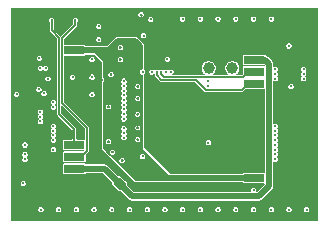
<source format=gbr>
%TF.GenerationSoftware,KiCad,Pcbnew,9.0.1-9.0.1-0~ubuntu24.04.1*%
%TF.CreationDate,2025-05-10T10:43:35+02:00*%
%TF.ProjectId,ILM139C,494c4d31-3339-4432-9e6b-696361645f70,V0.1.0*%
%TF.SameCoordinates,Original*%
%TF.FileFunction,Copper,L4,Bot*%
%TF.FilePolarity,Positive*%
%FSLAX46Y46*%
G04 Gerber Fmt 4.6, Leading zero omitted, Abs format (unit mm)*
G04 Created by KiCad (PCBNEW 9.0.1-9.0.1-0~ubuntu24.04.1) date 2025-05-10 10:43:35*
%MOMM*%
%LPD*%
G01*
G04 APERTURE LIST*
G04 Aperture macros list*
%AMRoundRect*
0 Rectangle with rounded corners*
0 $1 Rounding radius*
0 $2 $3 $4 $5 $6 $7 $8 $9 X,Y pos of 4 corners*
0 Add a 4 corners polygon primitive as box body*
4,1,4,$2,$3,$4,$5,$6,$7,$8,$9,$2,$3,0*
0 Add four circle primitives for the rounded corners*
1,1,$1+$1,$2,$3*
1,1,$1+$1,$4,$5*
1,1,$1+$1,$6,$7*
1,1,$1+$1,$8,$9*
0 Add four rect primitives between the rounded corners*
20,1,$1+$1,$2,$3,$4,$5,0*
20,1,$1+$1,$4,$5,$6,$7,0*
20,1,$1+$1,$6,$7,$8,$9,0*
20,1,$1+$1,$8,$9,$2,$3,0*%
G04 Aperture macros list end*
%TA.AperFunction,SMDPad,CuDef*%
%ADD10RoundRect,0.200000X-0.053033X0.335876X-0.335876X0.053033X0.053033X-0.335876X0.335876X-0.053033X0*%
%TD*%
%TA.AperFunction,SMDPad,CuDef*%
%ADD11C,1.000000*%
%TD*%
%TA.AperFunction,SMDPad,CuDef*%
%ADD12R,1.750000X0.700000*%
%TD*%
%TA.AperFunction,SMDPad,CuDef*%
%ADD13R,2.550000X1.200000*%
%TD*%
%TA.AperFunction,ViaPad*%
%ADD14C,0.250000*%
%TD*%
%TA.AperFunction,Conductor*%
%ADD15C,0.127000*%
%TD*%
%TA.AperFunction,Conductor*%
%ADD16C,0.254000*%
%TD*%
%TA.AperFunction,Conductor*%
%ADD17C,0.508000*%
%TD*%
G04 APERTURE END LIST*
D10*
%TO.P,R46,1*%
%TO.N,VCC*%
X100333363Y-65575138D03*
%TO.P,R46,2*%
%TO.N,3V3*%
X99166637Y-66741864D03*
%TD*%
D11*
%TO.P,TP3,1,1*%
%TO.N,INTB*%
X108700000Y-56958501D03*
%TD*%
%TO.P,TP1,1,1*%
%TO.N,SDB*%
X106700000Y-56958501D03*
%TD*%
%TO.P,TP2,1,1*%
%TO.N,GND*%
X104700000Y-56958501D03*
%TD*%
D12*
%TO.P,U2,1,1*%
%TO.N,GND*%
X110560000Y-55258501D03*
%TO.P,U2,2,2*%
%TO.N,3V3*%
X110560000Y-56258501D03*
%TO.P,U2,3,3*%
%TO.N,SDA*%
X110560000Y-57258501D03*
%TO.P,U2,4,4*%
%TO.N,SCL*%
X110560000Y-58258501D03*
D13*
%TO.P,U2,5,5*%
%TO.N,GND*%
X114340000Y-59368501D03*
%TO.P,U2,6,6*%
X114340000Y-54148501D03*
%TD*%
D12*
%TO.P,CN2,1,1*%
%TO.N,VCC*%
X110580000Y-66258501D03*
%TO.P,CN2,2,2*%
%TO.N,GND*%
X110580000Y-65258501D03*
D13*
%TO.P,CN2,3,3*%
X114320000Y-63908501D03*
%TO.P,CN2,4,4*%
X114320000Y-67608501D03*
%TD*%
D12*
%TO.P,CN1,1,1*%
%TO.N,VCC*%
X95320000Y-55458501D03*
%TO.P,CN1,2,2*%
%TO.N,GND*%
X95320000Y-56458501D03*
D13*
%TO.P,CN1,3,3*%
X91580000Y-57808501D03*
%TO.P,CN1,4,4*%
X91580000Y-54108501D03*
%TD*%
D12*
%TO.P,U3,1,1*%
%TO.N,GND*%
X95340000Y-66458501D03*
%TO.P,U3,2,2*%
%TO.N,3V3*%
X95340000Y-65458501D03*
%TO.P,U3,3,3*%
%TO.N,SDA*%
X95340000Y-64458501D03*
%TO.P,U3,4,4*%
%TO.N,SCL*%
X95340000Y-63458501D03*
D13*
%TO.P,U3,5,5*%
%TO.N,GND*%
X91560000Y-62348501D03*
%TO.P,U3,6,6*%
X91560000Y-67568501D03*
%TD*%
D14*
%TO.N,SCL*%
X102300000Y-57276501D03*
X100982000Y-52433501D03*
X93400000Y-52883501D03*
%TO.N,GND*%
X103100000Y-60856501D03*
X104600000Y-60856501D03*
X107850000Y-60058501D03*
X106324000Y-64069501D03*
X103100000Y-58508501D03*
X99050000Y-53958501D03*
X111750000Y-55558501D03*
X103100000Y-63008501D03*
X107798000Y-56838501D03*
X107850000Y-57358501D03*
X102210000Y-54208501D03*
X97572000Y-63993501D03*
X103750000Y-67158501D03*
X112350000Y-55258501D03*
X109950000Y-63758501D03*
X104600000Y-62008501D03*
X98200000Y-60228501D03*
X91400000Y-52883501D03*
X103100000Y-62008501D03*
X95950000Y-62058501D03*
X103100000Y-59508501D03*
X91150000Y-60256501D03*
X98435000Y-57491501D03*
X90305000Y-63431501D03*
X101600000Y-63008501D03*
X105250000Y-67158501D03*
X92050000Y-59403501D03*
X92693000Y-63037501D03*
X100850000Y-53258501D03*
X102180000Y-55208501D03*
X101600000Y-60856501D03*
X106036000Y-53553501D03*
X104462000Y-53579501D03*
X90992000Y-68114501D03*
X105500000Y-60856501D03*
X98550000Y-64058501D03*
X100700000Y-60856501D03*
X101600000Y-59508501D03*
X98112000Y-64786501D03*
X105500000Y-59508501D03*
X97654000Y-57927501D03*
X114750000Y-62656501D03*
X100700000Y-62008501D03*
X104600000Y-59508501D03*
X91972000Y-60295501D03*
X93550000Y-59456501D03*
X94350000Y-53058501D03*
X107911000Y-59216501D03*
X91560000Y-62348501D03*
X103200000Y-55228501D03*
X95950000Y-59258501D03*
X105500000Y-58508501D03*
X107020000Y-64914501D03*
X103250000Y-52358501D03*
X109864000Y-65180501D03*
X105250000Y-65558501D03*
X101500000Y-57276501D03*
X115459000Y-64422501D03*
X100700000Y-59508501D03*
X101600000Y-58508501D03*
X99372000Y-64781501D03*
X91707000Y-56712501D03*
X115511000Y-66339501D03*
X107450000Y-60058501D03*
X100700000Y-58508501D03*
X114950000Y-66358501D03*
X108401000Y-65076501D03*
X109850000Y-60658501D03*
X100700000Y-63008501D03*
X90285000Y-66016501D03*
X99220000Y-55208501D03*
X102300000Y-64436501D03*
X114750000Y-59056501D03*
X102180000Y-56208501D03*
X115434000Y-62104501D03*
X105500000Y-62008501D03*
X91150000Y-63056501D03*
X105500000Y-63008501D03*
X99220000Y-56208501D03*
X109950000Y-59158501D03*
X114750000Y-60656501D03*
X91150000Y-61456501D03*
X114750000Y-64656501D03*
X106750000Y-67158501D03*
X109850000Y-62058501D03*
X113359000Y-60025501D03*
X92470000Y-68082501D03*
X98200000Y-63188501D03*
X101600000Y-62008501D03*
X97565000Y-59044501D03*
X106670000Y-60056501D03*
X90379000Y-61204501D03*
X92710000Y-60218501D03*
X91150000Y-62256501D03*
X92249000Y-64206501D03*
X104600000Y-58508501D03*
X104600000Y-63008501D03*
%TO.N,SDA*%
X101799000Y-52835501D03*
X102700000Y-57276501D03*
X95400000Y-52883501D03*
%TO.N,VCC*%
X100500000Y-55508501D03*
X98665000Y-61536501D03*
X100100000Y-55508501D03*
X98650000Y-61958501D03*
X100900000Y-55508501D03*
X100900000Y-55108501D03*
X97400000Y-53408501D03*
X98119000Y-61648501D03*
X100500000Y-55108501D03*
X100100000Y-55108501D03*
%TO.N,SW1*%
X99530000Y-58056501D03*
X92763000Y-59087501D03*
%TO.N,INTB*%
X103500000Y-57276501D03*
X108700000Y-56958501D03*
%TO.N,SW3*%
X99530000Y-58856501D03*
X92442000Y-56956499D03*
%TO.N,Net-(U1-ISET)*%
X101100000Y-57276501D03*
X101190000Y-54208501D03*
%TO.N,SW5*%
X93550000Y-59856501D03*
X99530000Y-59656501D03*
%TO.N,CS2*%
X99530000Y-62456501D03*
X96825000Y-57708501D03*
%TO.N,SW2*%
X92897998Y-56960197D03*
X99530000Y-58456501D03*
%TO.N,SW7*%
X93550000Y-63856501D03*
X99530000Y-60456501D03*
%TO.N,SW9*%
X91150000Y-64256501D03*
X99530000Y-61256501D03*
%TO.N,CS1*%
X99530000Y-62056501D03*
X96825000Y-56208501D03*
%TO.N,SW4*%
X93107002Y-57856501D03*
X99530000Y-59256501D03*
%TO.N,CS32*%
X106670000Y-58456501D03*
X113683000Y-58492501D03*
%TO.N,SDB*%
X106700000Y-56958501D03*
X103200000Y-56188501D03*
X101900000Y-57276501D03*
%TO.N,CS3*%
X96825000Y-59208501D03*
X99530000Y-62856501D03*
%TO.N,CS33*%
X113500000Y-55079501D03*
X106670000Y-58056501D03*
%TO.N,CS8*%
X91000000Y-66716499D03*
X101100000Y-64436501D03*
%TO.N,SW8*%
X99530000Y-60856501D03*
X91150000Y-64656501D03*
%TO.N,CS21*%
X110500000Y-67283501D03*
X106670000Y-63256501D03*
%TO.N,SW6*%
X93550000Y-61856501D03*
X99530000Y-60056501D03*
%TO.N,S1*%
X92355000Y-56115501D03*
X90458000Y-59161501D03*
%TO.N,S2*%
X92326000Y-58736501D03*
X95175000Y-57708501D03*
%TO.N,S9*%
X91150000Y-63456501D03*
X92500000Y-68933501D03*
%TO.N,S18*%
X106000000Y-68933501D03*
X112350000Y-64256501D03*
%TO.N,S17*%
X104500000Y-68933501D03*
X112350000Y-64656501D03*
%TO.N,S16*%
X93550000Y-60256501D03*
X103000000Y-68933501D03*
%TO.N,S15*%
X101500000Y-68933501D03*
X92457000Y-60655501D03*
%TO.N,S14*%
X92450000Y-61056501D03*
X100000000Y-68933501D03*
%TO.N,S13*%
X92445000Y-61456501D03*
X98500000Y-68933501D03*
%TO.N,S12*%
X97000000Y-68933501D03*
X93550000Y-62256501D03*
%TO.N,S11*%
X95500000Y-68933501D03*
X93550000Y-62656501D03*
%TO.N,S10*%
X93550000Y-63056501D03*
X94000000Y-68933501D03*
%TO.N,S24*%
X115000000Y-68933501D03*
X112350000Y-61856501D03*
%TO.N,S23*%
X112350000Y-62256501D03*
X113500000Y-68933501D03*
%TO.N,S22*%
X112350000Y-62656501D03*
X112000000Y-68933501D03*
%TO.N,S21*%
X112350000Y-63056501D03*
X110500000Y-68933501D03*
%TO.N,S20*%
X109000000Y-68933501D03*
X112350000Y-63456501D03*
%TO.N,S19*%
X107500000Y-68933501D03*
X112350000Y-63856501D03*
%TO.N,S36*%
X112350000Y-57056501D03*
X109000000Y-52783501D03*
%TO.N,S35*%
X112350000Y-57456501D03*
X110500000Y-52783501D03*
%TO.N,S34*%
X112350000Y-57856501D03*
X112000000Y-52783501D03*
%TO.N,S39*%
X104500000Y-52783501D03*
X114750000Y-57856501D03*
%TO.N,S38*%
X106000000Y-52783501D03*
X114750000Y-57456501D03*
%TO.N,S37*%
X107500000Y-52783501D03*
X114750000Y-57056501D03*
%TO.N,Net-(U1-ADDR)*%
X103100000Y-57276501D03*
X97400000Y-54533501D03*
%TD*%
D15*
%TO.N,SCL*%
X102300000Y-57555000D02*
X102300000Y-57276501D01*
X94052500Y-54414500D02*
X93400000Y-53762000D01*
X106460001Y-58796001D02*
X105592000Y-57928000D01*
X110025499Y-58262501D02*
X109491999Y-58796001D01*
X109491999Y-58796001D02*
X106460001Y-58796001D01*
X95340000Y-62135000D02*
X94052500Y-60847500D01*
D16*
X100984000Y-52431501D02*
X100985000Y-52432501D01*
D15*
X110025499Y-58258501D02*
X110025499Y-58262501D01*
X93400000Y-53762000D02*
X93400000Y-52883501D01*
D16*
X100984000Y-52431501D02*
X100982000Y-52433501D01*
D15*
X95340000Y-63458501D02*
X95340000Y-62135000D01*
X102673000Y-57928000D02*
X102300000Y-57555000D01*
X94052500Y-60847500D02*
X94052500Y-54414500D01*
X110560000Y-58258501D02*
X110025499Y-58258501D01*
X105592000Y-57928000D02*
X102673000Y-57928000D01*
%TO.N,SDA*%
X95400000Y-53298000D02*
X94280500Y-54417500D01*
X102700000Y-57481000D02*
X102919000Y-57700000D01*
X102700000Y-57276501D02*
X102700000Y-57481000D01*
X109586000Y-57700000D02*
X110027499Y-57258501D01*
X101799000Y-52835501D02*
X101799000Y-52770375D01*
X94280500Y-54417500D02*
X94280500Y-59908875D01*
X95400000Y-52883501D02*
X95400000Y-53298000D01*
X95894000Y-64458501D02*
X95340000Y-64458501D01*
X96379500Y-62007875D02*
X96379500Y-63973001D01*
X96379500Y-63973001D02*
X95894000Y-64458501D01*
X110027499Y-57258501D02*
X110560000Y-57258501D01*
X102919000Y-57700000D02*
X109586000Y-57700000D01*
X95400000Y-52883501D02*
X95400000Y-52865000D01*
X94280500Y-59908875D02*
X96379500Y-62007875D01*
D17*
%TO.N,VCC*%
X100900000Y-55936967D02*
X100564233Y-56272734D01*
X98950000Y-57886967D02*
X98950000Y-60658501D01*
X95320000Y-55458501D02*
X98220466Y-55458501D01*
X98650000Y-61551501D02*
X98650000Y-61958501D01*
X110580000Y-66258501D02*
X101734000Y-66258501D01*
X98950000Y-62258501D02*
X98950000Y-61358501D01*
X98220466Y-55458501D02*
X99000466Y-54678501D01*
X100100000Y-56736967D02*
X98950000Y-57886967D01*
X98950000Y-61358501D02*
X98772000Y-61536501D01*
X101734000Y-66258501D02*
X98950000Y-63474501D01*
X100100000Y-55108501D02*
X100100000Y-55508501D01*
X98119000Y-61648501D02*
X98129000Y-61658501D01*
X98119000Y-61727501D02*
X98350000Y-61958501D01*
X98129000Y-61658501D02*
X98543000Y-61658501D01*
X100100000Y-55108501D02*
X100900000Y-55108501D01*
X98543000Y-61658501D02*
X98665000Y-61536501D01*
X98119000Y-61727501D02*
X98950000Y-62558501D01*
X100470000Y-54678501D02*
X100900000Y-55108501D01*
X98950000Y-60758501D02*
X98950000Y-60658501D01*
X98772000Y-61536501D02*
X98665000Y-61536501D01*
X98119000Y-61648501D02*
X98119000Y-61589501D01*
X98950000Y-62258501D02*
X98650000Y-61958501D01*
X100100000Y-55508501D02*
X100100000Y-55958501D01*
X99670000Y-54678501D02*
X100470000Y-54678501D01*
X98950000Y-63474501D02*
X98950000Y-62558501D01*
X100100000Y-55958501D02*
X100100000Y-56736967D01*
X98950000Y-62558501D02*
X98950000Y-62258501D01*
X100564233Y-56272734D02*
X100100000Y-56736967D01*
X98119000Y-61589501D02*
X98950000Y-60758501D01*
X100500000Y-56208501D02*
X100564233Y-56272734D01*
X100900000Y-55508501D02*
X100900000Y-55936967D01*
X99670000Y-54678501D02*
X100100000Y-55108501D01*
X98350000Y-61958501D02*
X98650000Y-61958501D01*
X100900000Y-55508501D02*
X100550000Y-55508501D01*
X98119000Y-61648501D02*
X98119000Y-61727501D01*
X100550000Y-55508501D02*
X100100000Y-55958501D01*
X98665000Y-61536501D02*
X98650000Y-61551501D01*
X99000466Y-54678501D02*
X99670000Y-54678501D01*
X100900000Y-55508501D02*
X100900000Y-55108501D01*
X98950000Y-60658501D02*
X98950000Y-61358501D01*
X100500000Y-55508501D02*
X100500000Y-56208501D01*
%TO.N,3V3*%
X97883274Y-65458501D02*
X95340000Y-65458501D01*
X99166637Y-66741864D02*
X100238274Y-67813501D01*
X110960000Y-67813501D02*
X111810000Y-66963501D01*
X111495000Y-56258501D02*
X110560000Y-56258501D01*
X100238274Y-67813501D02*
X110960000Y-67813501D01*
X111810000Y-66963501D02*
X111810000Y-56573501D01*
X111810000Y-56573501D02*
X111495000Y-56258501D01*
X99166637Y-66741864D02*
X97883274Y-65458501D01*
%TD*%
%TA.AperFunction,Conductor*%
%TO.N,GND*%
G36*
X99404876Y-64665231D02*
G01*
X99430970Y-64676039D01*
X99446867Y-64686661D01*
X99466836Y-64706630D01*
X99477457Y-64722525D01*
X99488269Y-64748625D01*
X99492000Y-64767378D01*
X99492000Y-64795623D01*
X99488270Y-64814375D01*
X99477460Y-64840472D01*
X99466838Y-64856368D01*
X99446867Y-64876339D01*
X99430972Y-64886960D01*
X99404877Y-64897770D01*
X99386124Y-64901501D01*
X99357876Y-64901501D01*
X99339124Y-64897771D01*
X99313028Y-64886961D01*
X99297133Y-64876340D01*
X99277162Y-64856370D01*
X99277161Y-64856368D01*
X99266539Y-64840472D01*
X99255730Y-64814376D01*
X99252000Y-64795625D01*
X99252000Y-64767373D01*
X99255727Y-64748627D01*
X99266540Y-64722523D01*
X99277156Y-64706636D01*
X99297135Y-64686657D01*
X99313025Y-64676039D01*
X99339125Y-64665229D01*
X99357873Y-64661501D01*
X99386125Y-64661501D01*
X99404876Y-64665231D01*
G37*
%TD.AperFunction*%
%TA.AperFunction,Conductor*%
G36*
X98582876Y-63942231D02*
G01*
X98608970Y-63953039D01*
X98624867Y-63963661D01*
X98644836Y-63983630D01*
X98655457Y-63999525D01*
X98666269Y-64025625D01*
X98670000Y-64044378D01*
X98670000Y-64072623D01*
X98666270Y-64091375D01*
X98655460Y-64117472D01*
X98644838Y-64133368D01*
X98624867Y-64153339D01*
X98608972Y-64163960D01*
X98582877Y-64174770D01*
X98564124Y-64178501D01*
X98535876Y-64178501D01*
X98517124Y-64174771D01*
X98491028Y-64163961D01*
X98491027Y-64163960D01*
X98475133Y-64153340D01*
X98455162Y-64133370D01*
X98444539Y-64117472D01*
X98433730Y-64091376D01*
X98430000Y-64072625D01*
X98430000Y-64044373D01*
X98433727Y-64025627D01*
X98444539Y-63999525D01*
X98455156Y-63983636D01*
X98475135Y-63963657D01*
X98491025Y-63953039D01*
X98517125Y-63942229D01*
X98535873Y-63938501D01*
X98564125Y-63938501D01*
X98582876Y-63942231D01*
G37*
%TD.AperFunction*%
%TA.AperFunction,Conductor*%
G36*
X98232876Y-63072231D02*
G01*
X98258970Y-63083039D01*
X98274867Y-63093661D01*
X98294836Y-63113630D01*
X98305457Y-63129525D01*
X98316269Y-63155625D01*
X98320000Y-63174378D01*
X98320000Y-63202623D01*
X98316270Y-63221375D01*
X98305460Y-63247472D01*
X98294838Y-63263368D01*
X98274867Y-63283339D01*
X98258972Y-63293960D01*
X98232877Y-63304770D01*
X98214124Y-63308501D01*
X98185876Y-63308501D01*
X98167124Y-63304771D01*
X98141028Y-63293961D01*
X98125133Y-63283340D01*
X98105162Y-63263370D01*
X98105161Y-63263368D01*
X98094539Y-63247472D01*
X98083730Y-63221376D01*
X98080000Y-63202625D01*
X98080000Y-63174373D01*
X98083727Y-63155627D01*
X98094540Y-63129523D01*
X98105156Y-63113636D01*
X98125135Y-63093657D01*
X98141025Y-63083039D01*
X98167125Y-63072229D01*
X98185873Y-63068501D01*
X98214125Y-63068501D01*
X98232876Y-63072231D01*
G37*
%TD.AperFunction*%
%TA.AperFunction,Conductor*%
G36*
X100732876Y-62892231D02*
G01*
X100758970Y-62903039D01*
X100774867Y-62913661D01*
X100794836Y-62933630D01*
X100805457Y-62949525D01*
X100816269Y-62975625D01*
X100820000Y-62994378D01*
X100820000Y-63022623D01*
X100816270Y-63041375D01*
X100805460Y-63067472D01*
X100794838Y-63083368D01*
X100774867Y-63103339D01*
X100758972Y-63113960D01*
X100732877Y-63124770D01*
X100714124Y-63128501D01*
X100685876Y-63128501D01*
X100667124Y-63124771D01*
X100641028Y-63113961D01*
X100641027Y-63113960D01*
X100625133Y-63103340D01*
X100605162Y-63083370D01*
X100594539Y-63067472D01*
X100583730Y-63041376D01*
X100580000Y-63022625D01*
X100580000Y-62994373D01*
X100583727Y-62975627D01*
X100594539Y-62949525D01*
X100605156Y-62933636D01*
X100625135Y-62913657D01*
X100641025Y-62903039D01*
X100667125Y-62892229D01*
X100685873Y-62888501D01*
X100714125Y-62888501D01*
X100732876Y-62892231D01*
G37*
%TD.AperFunction*%
%TA.AperFunction,Conductor*%
G36*
X94300148Y-60160454D02*
G01*
X96201148Y-62061454D01*
X96215500Y-62096102D01*
X96215500Y-62959001D01*
X96201148Y-62993649D01*
X96166500Y-63008001D01*
X95553000Y-63008001D01*
X95518352Y-62993649D01*
X95504000Y-62959001D01*
X95504000Y-62173331D01*
X95504001Y-62173322D01*
X95504001Y-62102380D01*
X95504000Y-62102376D01*
X95496126Y-62083368D01*
X95479033Y-62042102D01*
X95479033Y-62042101D01*
X95432899Y-61995967D01*
X95432897Y-61995966D01*
X94230852Y-60793921D01*
X94216500Y-60759273D01*
X94216500Y-60195102D01*
X94230852Y-60160454D01*
X94265500Y-60146102D01*
X94300148Y-60160454D01*
G37*
%TD.AperFunction*%
%TA.AperFunction,Conductor*%
G36*
X100732876Y-61892231D02*
G01*
X100758970Y-61903039D01*
X100774867Y-61913661D01*
X100794836Y-61933630D01*
X100805457Y-61949525D01*
X100816269Y-61975625D01*
X100820000Y-61994378D01*
X100820000Y-62022623D01*
X100816270Y-62041375D01*
X100805460Y-62067472D01*
X100794838Y-62083368D01*
X100774867Y-62103339D01*
X100758972Y-62113960D01*
X100732877Y-62124770D01*
X100714124Y-62128501D01*
X100685876Y-62128501D01*
X100667124Y-62124771D01*
X100641028Y-62113961D01*
X100625133Y-62103340D01*
X100605162Y-62083370D01*
X100605161Y-62083368D01*
X100594539Y-62067472D01*
X100587348Y-62050112D01*
X100583730Y-62041375D01*
X100580000Y-62022625D01*
X100580000Y-61994373D01*
X100583727Y-61975627D01*
X100594540Y-61949523D01*
X100605156Y-61933636D01*
X100625135Y-61913657D01*
X100641025Y-61903039D01*
X100667125Y-61892229D01*
X100685873Y-61888501D01*
X100714125Y-61888501D01*
X100732876Y-61892231D01*
G37*
%TD.AperFunction*%
%TA.AperFunction,Conductor*%
G36*
X100732876Y-60740231D02*
G01*
X100758970Y-60751039D01*
X100774867Y-60761661D01*
X100794836Y-60781630D01*
X100805457Y-60797525D01*
X100816269Y-60823625D01*
X100820000Y-60842378D01*
X100820000Y-60870623D01*
X100816270Y-60889375D01*
X100805460Y-60915472D01*
X100794838Y-60931368D01*
X100774867Y-60951339D01*
X100758972Y-60961960D01*
X100732877Y-60972770D01*
X100714124Y-60976501D01*
X100685876Y-60976501D01*
X100667124Y-60972771D01*
X100641028Y-60961961D01*
X100641027Y-60961960D01*
X100625133Y-60951340D01*
X100605162Y-60931370D01*
X100594539Y-60915472D01*
X100583730Y-60889376D01*
X100580000Y-60870625D01*
X100580000Y-60842373D01*
X100583727Y-60823627D01*
X100594539Y-60797525D01*
X100605156Y-60781636D01*
X100625135Y-60761657D01*
X100641025Y-60751039D01*
X100667125Y-60740229D01*
X100685873Y-60736501D01*
X100714125Y-60736501D01*
X100732876Y-60740231D01*
G37*
%TD.AperFunction*%
%TA.AperFunction,Conductor*%
G36*
X98232876Y-60112231D02*
G01*
X98258970Y-60123039D01*
X98274867Y-60133661D01*
X98294836Y-60153630D01*
X98305457Y-60169525D01*
X98316269Y-60195625D01*
X98320000Y-60214378D01*
X98320000Y-60242623D01*
X98316270Y-60261375D01*
X98305460Y-60287472D01*
X98294838Y-60303368D01*
X98274867Y-60323339D01*
X98258972Y-60333960D01*
X98232877Y-60344770D01*
X98214124Y-60348501D01*
X98185876Y-60348501D01*
X98167124Y-60344771D01*
X98141028Y-60333961D01*
X98125133Y-60323340D01*
X98105162Y-60303370D01*
X98105161Y-60303368D01*
X98094539Y-60287472D01*
X98083730Y-60261376D01*
X98080000Y-60242625D01*
X98080000Y-60214373D01*
X98083727Y-60195627D01*
X98094540Y-60169523D01*
X98105156Y-60153636D01*
X98125135Y-60133657D01*
X98141025Y-60123039D01*
X98167125Y-60112229D01*
X98185873Y-60108501D01*
X98214125Y-60108501D01*
X98232876Y-60112231D01*
G37*
%TD.AperFunction*%
%TA.AperFunction,Conductor*%
G36*
X100732876Y-59392231D02*
G01*
X100750838Y-59399671D01*
X100758970Y-59403039D01*
X100774867Y-59413661D01*
X100794836Y-59433630D01*
X100805457Y-59449525D01*
X100816269Y-59475625D01*
X100820000Y-59494378D01*
X100820000Y-59522623D01*
X100816270Y-59541375D01*
X100805460Y-59567472D01*
X100794838Y-59583368D01*
X100774867Y-59603339D01*
X100758972Y-59613960D01*
X100732877Y-59624770D01*
X100714124Y-59628501D01*
X100685876Y-59628501D01*
X100667124Y-59624771D01*
X100641028Y-59613961D01*
X100641027Y-59613960D01*
X100625133Y-59603340D01*
X100605162Y-59583370D01*
X100594539Y-59567472D01*
X100583730Y-59541376D01*
X100580000Y-59522625D01*
X100580000Y-59494373D01*
X100583727Y-59475627D01*
X100594539Y-59449525D01*
X100605156Y-59433636D01*
X100625135Y-59413657D01*
X100641025Y-59403039D01*
X100667125Y-59392229D01*
X100685873Y-59388501D01*
X100714125Y-59388501D01*
X100732876Y-59392231D01*
G37*
%TD.AperFunction*%
%TA.AperFunction,Conductor*%
G36*
X100732876Y-58392231D02*
G01*
X100758970Y-58403039D01*
X100774867Y-58413661D01*
X100794836Y-58433630D01*
X100805457Y-58449525D01*
X100816269Y-58475625D01*
X100820000Y-58494378D01*
X100820000Y-58522623D01*
X100816270Y-58541375D01*
X100805460Y-58567472D01*
X100794838Y-58583368D01*
X100774867Y-58603339D01*
X100758972Y-58613960D01*
X100732877Y-58624770D01*
X100714124Y-58628501D01*
X100685876Y-58628501D01*
X100667124Y-58624771D01*
X100641028Y-58613961D01*
X100625133Y-58603340D01*
X100605162Y-58583370D01*
X100605161Y-58583368D01*
X100594539Y-58567472D01*
X100593204Y-58564250D01*
X100583730Y-58541375D01*
X100580000Y-58522625D01*
X100580000Y-58494373D01*
X100583727Y-58475627D01*
X100594540Y-58449523D01*
X100605156Y-58433636D01*
X100625135Y-58413657D01*
X100641025Y-58403039D01*
X100667125Y-58392229D01*
X100685873Y-58388501D01*
X100714125Y-58388501D01*
X100732876Y-58392231D01*
G37*
%TD.AperFunction*%
%TA.AperFunction,Conductor*%
G36*
X98467876Y-57375231D02*
G01*
X98493970Y-57386039D01*
X98509867Y-57396661D01*
X98529836Y-57416630D01*
X98540457Y-57432525D01*
X98551269Y-57458625D01*
X98555000Y-57477378D01*
X98555000Y-57505623D01*
X98551270Y-57524375D01*
X98540460Y-57550472D01*
X98529838Y-57566368D01*
X98509867Y-57586339D01*
X98493972Y-57596960D01*
X98467877Y-57607770D01*
X98449124Y-57611501D01*
X98420876Y-57611501D01*
X98402124Y-57607771D01*
X98376028Y-57596961D01*
X98376027Y-57596960D01*
X98360133Y-57586340D01*
X98340162Y-57566370D01*
X98329539Y-57550472D01*
X98318730Y-57524376D01*
X98315000Y-57505625D01*
X98315000Y-57477373D01*
X98318727Y-57458627D01*
X98329539Y-57432525D01*
X98340156Y-57416636D01*
X98360135Y-57396657D01*
X98376025Y-57386039D01*
X98402125Y-57375229D01*
X98420873Y-57371501D01*
X98449125Y-57371501D01*
X98467876Y-57375231D01*
G37*
%TD.AperFunction*%
%TA.AperFunction,Conductor*%
G36*
X99252876Y-56092231D02*
G01*
X99278970Y-56103039D01*
X99294867Y-56113661D01*
X99314836Y-56133630D01*
X99325457Y-56149525D01*
X99336269Y-56175625D01*
X99340000Y-56194378D01*
X99340000Y-56222623D01*
X99336270Y-56241375D01*
X99325460Y-56267472D01*
X99314838Y-56283368D01*
X99294867Y-56303339D01*
X99278972Y-56313960D01*
X99252877Y-56324770D01*
X99234124Y-56328501D01*
X99205876Y-56328501D01*
X99187124Y-56324771D01*
X99161028Y-56313961D01*
X99145133Y-56303340D01*
X99125162Y-56283370D01*
X99125161Y-56283368D01*
X99114539Y-56267472D01*
X99103730Y-56241376D01*
X99100000Y-56222625D01*
X99100000Y-56194373D01*
X99103727Y-56175627D01*
X99114540Y-56149523D01*
X99125156Y-56133636D01*
X99145135Y-56113657D01*
X99161025Y-56103039D01*
X99187125Y-56092229D01*
X99205873Y-56088501D01*
X99234125Y-56088501D01*
X99252876Y-56092231D01*
G37*
%TD.AperFunction*%
%TA.AperFunction,Conductor*%
G36*
X99252876Y-55092231D02*
G01*
X99278970Y-55103039D01*
X99294867Y-55113661D01*
X99314836Y-55133630D01*
X99325457Y-55149525D01*
X99336269Y-55175625D01*
X99340000Y-55194378D01*
X99340000Y-55222623D01*
X99336270Y-55241375D01*
X99325460Y-55267472D01*
X99314838Y-55283368D01*
X99294867Y-55303339D01*
X99278972Y-55313960D01*
X99252877Y-55324770D01*
X99234124Y-55328501D01*
X99205876Y-55328501D01*
X99187124Y-55324771D01*
X99161028Y-55313961D01*
X99161027Y-55313960D01*
X99145133Y-55303340D01*
X99125162Y-55283370D01*
X99114539Y-55267472D01*
X99103730Y-55241376D01*
X99100000Y-55222625D01*
X99100000Y-55194373D01*
X99103727Y-55175627D01*
X99114539Y-55149525D01*
X99125156Y-55133636D01*
X99145135Y-55113657D01*
X99161025Y-55103039D01*
X99187125Y-55092229D01*
X99205873Y-55088501D01*
X99234125Y-55088501D01*
X99252876Y-55092231D01*
G37*
%TD.AperFunction*%
%TA.AperFunction,Conductor*%
G36*
X115935148Y-51873353D02*
G01*
X115949500Y-51908001D01*
X115949500Y-69809001D01*
X115935148Y-69843649D01*
X115900500Y-69858001D01*
X89999500Y-69858001D01*
X89964852Y-69843649D01*
X89950500Y-69809001D01*
X89950500Y-68888644D01*
X92274500Y-68888644D01*
X92274500Y-68888646D01*
X92274500Y-68978356D01*
X92274500Y-68978358D01*
X92274501Y-68978359D01*
X92308830Y-69061237D01*
X92308832Y-69061240D01*
X92372261Y-69124669D01*
X92372263Y-69124670D01*
X92372264Y-69124671D01*
X92455145Y-69159001D01*
X92455147Y-69159001D01*
X92544853Y-69159001D01*
X92544855Y-69159001D01*
X92627736Y-69124671D01*
X92627737Y-69124669D01*
X92627739Y-69124669D01*
X92691168Y-69061240D01*
X92691168Y-69061238D01*
X92691170Y-69061237D01*
X92725500Y-68978356D01*
X92725500Y-68888646D01*
X92725499Y-68888644D01*
X93774500Y-68888644D01*
X93774500Y-68888646D01*
X93774500Y-68978356D01*
X93774500Y-68978358D01*
X93774501Y-68978359D01*
X93808830Y-69061237D01*
X93808832Y-69061240D01*
X93872261Y-69124669D01*
X93872263Y-69124670D01*
X93872264Y-69124671D01*
X93955145Y-69159001D01*
X93955147Y-69159001D01*
X94044853Y-69159001D01*
X94044855Y-69159001D01*
X94127736Y-69124671D01*
X94127737Y-69124669D01*
X94127739Y-69124669D01*
X94191168Y-69061240D01*
X94191168Y-69061238D01*
X94191170Y-69061237D01*
X94225500Y-68978356D01*
X94225500Y-68888646D01*
X94225499Y-68888644D01*
X95274500Y-68888644D01*
X95274500Y-68888646D01*
X95274500Y-68978356D01*
X95274500Y-68978358D01*
X95274501Y-68978359D01*
X95308830Y-69061237D01*
X95308832Y-69061240D01*
X95372261Y-69124669D01*
X95372263Y-69124670D01*
X95372264Y-69124671D01*
X95455145Y-69159001D01*
X95455147Y-69159001D01*
X95544853Y-69159001D01*
X95544855Y-69159001D01*
X95627736Y-69124671D01*
X95627737Y-69124669D01*
X95627739Y-69124669D01*
X95691168Y-69061240D01*
X95691168Y-69061238D01*
X95691170Y-69061237D01*
X95725500Y-68978356D01*
X95725500Y-68888646D01*
X95725499Y-68888644D01*
X96774500Y-68888644D01*
X96774500Y-68888646D01*
X96774500Y-68978356D01*
X96774500Y-68978358D01*
X96774501Y-68978359D01*
X96808830Y-69061237D01*
X96808832Y-69061240D01*
X96872261Y-69124669D01*
X96872263Y-69124670D01*
X96872264Y-69124671D01*
X96955145Y-69159001D01*
X96955147Y-69159001D01*
X97044853Y-69159001D01*
X97044855Y-69159001D01*
X97127736Y-69124671D01*
X97127737Y-69124669D01*
X97127739Y-69124669D01*
X97191168Y-69061240D01*
X97191168Y-69061238D01*
X97191170Y-69061237D01*
X97225500Y-68978356D01*
X97225500Y-68888646D01*
X97225499Y-68888644D01*
X98274500Y-68888644D01*
X98274500Y-68888646D01*
X98274500Y-68978356D01*
X98274500Y-68978358D01*
X98274501Y-68978359D01*
X98308830Y-69061237D01*
X98308832Y-69061240D01*
X98372261Y-69124669D01*
X98372263Y-69124670D01*
X98372264Y-69124671D01*
X98455145Y-69159001D01*
X98455147Y-69159001D01*
X98544853Y-69159001D01*
X98544855Y-69159001D01*
X98627736Y-69124671D01*
X98627737Y-69124669D01*
X98627739Y-69124669D01*
X98691168Y-69061240D01*
X98691168Y-69061238D01*
X98691170Y-69061237D01*
X98725500Y-68978356D01*
X98725500Y-68888646D01*
X98725499Y-68888644D01*
X99774500Y-68888644D01*
X99774500Y-68888646D01*
X99774500Y-68978356D01*
X99774500Y-68978358D01*
X99774501Y-68978359D01*
X99808830Y-69061237D01*
X99808832Y-69061240D01*
X99872261Y-69124669D01*
X99872263Y-69124670D01*
X99872264Y-69124671D01*
X99955145Y-69159001D01*
X99955147Y-69159001D01*
X100044853Y-69159001D01*
X100044855Y-69159001D01*
X100127736Y-69124671D01*
X100127737Y-69124669D01*
X100127739Y-69124669D01*
X100191168Y-69061240D01*
X100191168Y-69061238D01*
X100191170Y-69061237D01*
X100225500Y-68978356D01*
X100225500Y-68888646D01*
X100225499Y-68888644D01*
X101274500Y-68888644D01*
X101274500Y-68888646D01*
X101274500Y-68978356D01*
X101274500Y-68978358D01*
X101274501Y-68978359D01*
X101308830Y-69061237D01*
X101308832Y-69061240D01*
X101372261Y-69124669D01*
X101372263Y-69124670D01*
X101372264Y-69124671D01*
X101455145Y-69159001D01*
X101455147Y-69159001D01*
X101544853Y-69159001D01*
X101544855Y-69159001D01*
X101627736Y-69124671D01*
X101627737Y-69124669D01*
X101627739Y-69124669D01*
X101691168Y-69061240D01*
X101691168Y-69061238D01*
X101691170Y-69061237D01*
X101725500Y-68978356D01*
X101725500Y-68888646D01*
X101725499Y-68888644D01*
X102774500Y-68888644D01*
X102774500Y-68888646D01*
X102774500Y-68978356D01*
X102774500Y-68978358D01*
X102774501Y-68978359D01*
X102808830Y-69061237D01*
X102808832Y-69061240D01*
X102872261Y-69124669D01*
X102872263Y-69124670D01*
X102872264Y-69124671D01*
X102955145Y-69159001D01*
X102955147Y-69159001D01*
X103044853Y-69159001D01*
X103044855Y-69159001D01*
X103127736Y-69124671D01*
X103127737Y-69124669D01*
X103127739Y-69124669D01*
X103191168Y-69061240D01*
X103191168Y-69061238D01*
X103191170Y-69061237D01*
X103225500Y-68978356D01*
X103225500Y-68888646D01*
X103225499Y-68888644D01*
X104274500Y-68888644D01*
X104274500Y-68888646D01*
X104274500Y-68978356D01*
X104274500Y-68978358D01*
X104274501Y-68978359D01*
X104308830Y-69061237D01*
X104308832Y-69061240D01*
X104372261Y-69124669D01*
X104372263Y-69124670D01*
X104372264Y-69124671D01*
X104455145Y-69159001D01*
X104455147Y-69159001D01*
X104544853Y-69159001D01*
X104544855Y-69159001D01*
X104627736Y-69124671D01*
X104627737Y-69124669D01*
X104627739Y-69124669D01*
X104691168Y-69061240D01*
X104691168Y-69061238D01*
X104691170Y-69061237D01*
X104725500Y-68978356D01*
X104725500Y-68888646D01*
X104725499Y-68888644D01*
X105774500Y-68888644D01*
X105774500Y-68888646D01*
X105774500Y-68978356D01*
X105774500Y-68978358D01*
X105774501Y-68978359D01*
X105808830Y-69061237D01*
X105808832Y-69061240D01*
X105872261Y-69124669D01*
X105872263Y-69124670D01*
X105872264Y-69124671D01*
X105955145Y-69159001D01*
X105955147Y-69159001D01*
X106044853Y-69159001D01*
X106044855Y-69159001D01*
X106127736Y-69124671D01*
X106127737Y-69124669D01*
X106127739Y-69124669D01*
X106191168Y-69061240D01*
X106191168Y-69061238D01*
X106191170Y-69061237D01*
X106225500Y-68978356D01*
X106225500Y-68888646D01*
X106225499Y-68888644D01*
X107274500Y-68888644D01*
X107274500Y-68888646D01*
X107274500Y-68978356D01*
X107274500Y-68978358D01*
X107274501Y-68978359D01*
X107308830Y-69061237D01*
X107308832Y-69061240D01*
X107372261Y-69124669D01*
X107372263Y-69124670D01*
X107372264Y-69124671D01*
X107455145Y-69159001D01*
X107455147Y-69159001D01*
X107544853Y-69159001D01*
X107544855Y-69159001D01*
X107627736Y-69124671D01*
X107627737Y-69124669D01*
X107627739Y-69124669D01*
X107691168Y-69061240D01*
X107691168Y-69061238D01*
X107691170Y-69061237D01*
X107725500Y-68978356D01*
X107725500Y-68888646D01*
X107725499Y-68888644D01*
X108774500Y-68888644D01*
X108774500Y-68888646D01*
X108774500Y-68978356D01*
X108774500Y-68978358D01*
X108774501Y-68978359D01*
X108808830Y-69061237D01*
X108808832Y-69061240D01*
X108872261Y-69124669D01*
X108872263Y-69124670D01*
X108872264Y-69124671D01*
X108955145Y-69159001D01*
X108955147Y-69159001D01*
X109044853Y-69159001D01*
X109044855Y-69159001D01*
X109127736Y-69124671D01*
X109127737Y-69124669D01*
X109127739Y-69124669D01*
X109191168Y-69061240D01*
X109191168Y-69061238D01*
X109191170Y-69061237D01*
X109225500Y-68978356D01*
X109225500Y-68888646D01*
X109225499Y-68888644D01*
X110274500Y-68888644D01*
X110274500Y-68888646D01*
X110274500Y-68978356D01*
X110274500Y-68978358D01*
X110274501Y-68978359D01*
X110308830Y-69061237D01*
X110308832Y-69061240D01*
X110372261Y-69124669D01*
X110372263Y-69124670D01*
X110372264Y-69124671D01*
X110455145Y-69159001D01*
X110455147Y-69159001D01*
X110544853Y-69159001D01*
X110544855Y-69159001D01*
X110627736Y-69124671D01*
X110627737Y-69124669D01*
X110627739Y-69124669D01*
X110691168Y-69061240D01*
X110691168Y-69061238D01*
X110691170Y-69061237D01*
X110725500Y-68978356D01*
X110725500Y-68888646D01*
X110725499Y-68888644D01*
X111774500Y-68888644D01*
X111774500Y-68888646D01*
X111774500Y-68978356D01*
X111774500Y-68978358D01*
X111774501Y-68978359D01*
X111808830Y-69061237D01*
X111808832Y-69061240D01*
X111872261Y-69124669D01*
X111872263Y-69124670D01*
X111872264Y-69124671D01*
X111955145Y-69159001D01*
X111955147Y-69159001D01*
X112044853Y-69159001D01*
X112044855Y-69159001D01*
X112127736Y-69124671D01*
X112127737Y-69124669D01*
X112127739Y-69124669D01*
X112191168Y-69061240D01*
X112191168Y-69061238D01*
X112191170Y-69061237D01*
X112225500Y-68978356D01*
X112225500Y-68888646D01*
X112225499Y-68888644D01*
X113274500Y-68888644D01*
X113274500Y-68888646D01*
X113274500Y-68978356D01*
X113274500Y-68978358D01*
X113274501Y-68978359D01*
X113308830Y-69061237D01*
X113308832Y-69061240D01*
X113372261Y-69124669D01*
X113372263Y-69124670D01*
X113372264Y-69124671D01*
X113455145Y-69159001D01*
X113455147Y-69159001D01*
X113544853Y-69159001D01*
X113544855Y-69159001D01*
X113627736Y-69124671D01*
X113627737Y-69124669D01*
X113627739Y-69124669D01*
X113691168Y-69061240D01*
X113691168Y-69061238D01*
X113691170Y-69061237D01*
X113725500Y-68978356D01*
X113725500Y-68888646D01*
X113725499Y-68888644D01*
X114774500Y-68888644D01*
X114774500Y-68888646D01*
X114774500Y-68978356D01*
X114774500Y-68978358D01*
X114774501Y-68978359D01*
X114808830Y-69061237D01*
X114808832Y-69061240D01*
X114872261Y-69124669D01*
X114872263Y-69124670D01*
X114872264Y-69124671D01*
X114955145Y-69159001D01*
X114955147Y-69159001D01*
X115044853Y-69159001D01*
X115044855Y-69159001D01*
X115127736Y-69124671D01*
X115127737Y-69124669D01*
X115127739Y-69124669D01*
X115191168Y-69061240D01*
X115191168Y-69061238D01*
X115191170Y-69061237D01*
X115225500Y-68978356D01*
X115225500Y-68888646D01*
X115191170Y-68805765D01*
X115191169Y-68805764D01*
X115191168Y-68805762D01*
X115127739Y-68742333D01*
X115127736Y-68742331D01*
X115044858Y-68708002D01*
X115044856Y-68708001D01*
X115044855Y-68708001D01*
X114955145Y-68708001D01*
X114955143Y-68708001D01*
X114955141Y-68708002D01*
X114872263Y-68742331D01*
X114808830Y-68805764D01*
X114774501Y-68888642D01*
X114774500Y-68888644D01*
X113725499Y-68888644D01*
X113691170Y-68805765D01*
X113691169Y-68805764D01*
X113691168Y-68805762D01*
X113627739Y-68742333D01*
X113627736Y-68742331D01*
X113544858Y-68708002D01*
X113544856Y-68708001D01*
X113544855Y-68708001D01*
X113455145Y-68708001D01*
X113455143Y-68708001D01*
X113455141Y-68708002D01*
X113372263Y-68742331D01*
X113308830Y-68805764D01*
X113274501Y-68888642D01*
X113274500Y-68888644D01*
X112225499Y-68888644D01*
X112191170Y-68805765D01*
X112191169Y-68805764D01*
X112191168Y-68805762D01*
X112127739Y-68742333D01*
X112127736Y-68742331D01*
X112044858Y-68708002D01*
X112044856Y-68708001D01*
X112044855Y-68708001D01*
X111955145Y-68708001D01*
X111955143Y-68708001D01*
X111955141Y-68708002D01*
X111872263Y-68742331D01*
X111808830Y-68805764D01*
X111774501Y-68888642D01*
X111774500Y-68888644D01*
X110725499Y-68888644D01*
X110691170Y-68805765D01*
X110691169Y-68805764D01*
X110691168Y-68805762D01*
X110627739Y-68742333D01*
X110627736Y-68742331D01*
X110544858Y-68708002D01*
X110544856Y-68708001D01*
X110544855Y-68708001D01*
X110455145Y-68708001D01*
X110455143Y-68708001D01*
X110455141Y-68708002D01*
X110372263Y-68742331D01*
X110308830Y-68805764D01*
X110274501Y-68888642D01*
X110274500Y-68888644D01*
X109225499Y-68888644D01*
X109191170Y-68805765D01*
X109191169Y-68805764D01*
X109191168Y-68805762D01*
X109127739Y-68742333D01*
X109127736Y-68742331D01*
X109044858Y-68708002D01*
X109044856Y-68708001D01*
X109044855Y-68708001D01*
X108955145Y-68708001D01*
X108955143Y-68708001D01*
X108955141Y-68708002D01*
X108872263Y-68742331D01*
X108808830Y-68805764D01*
X108774501Y-68888642D01*
X108774500Y-68888644D01*
X107725499Y-68888644D01*
X107691170Y-68805765D01*
X107691169Y-68805764D01*
X107691168Y-68805762D01*
X107627739Y-68742333D01*
X107627736Y-68742331D01*
X107544858Y-68708002D01*
X107544856Y-68708001D01*
X107544855Y-68708001D01*
X107455145Y-68708001D01*
X107455143Y-68708001D01*
X107455141Y-68708002D01*
X107372263Y-68742331D01*
X107308830Y-68805764D01*
X107274501Y-68888642D01*
X107274500Y-68888644D01*
X106225499Y-68888644D01*
X106191170Y-68805765D01*
X106191169Y-68805764D01*
X106191168Y-68805762D01*
X106127739Y-68742333D01*
X106127736Y-68742331D01*
X106044858Y-68708002D01*
X106044856Y-68708001D01*
X106044855Y-68708001D01*
X105955145Y-68708001D01*
X105955143Y-68708001D01*
X105955141Y-68708002D01*
X105872263Y-68742331D01*
X105808830Y-68805764D01*
X105774501Y-68888642D01*
X105774500Y-68888644D01*
X104725499Y-68888644D01*
X104691170Y-68805765D01*
X104691169Y-68805764D01*
X104691168Y-68805762D01*
X104627739Y-68742333D01*
X104627736Y-68742331D01*
X104544858Y-68708002D01*
X104544856Y-68708001D01*
X104544855Y-68708001D01*
X104455145Y-68708001D01*
X104455143Y-68708001D01*
X104455141Y-68708002D01*
X104372263Y-68742331D01*
X104308830Y-68805764D01*
X104274501Y-68888642D01*
X104274500Y-68888644D01*
X103225499Y-68888644D01*
X103191170Y-68805765D01*
X103191169Y-68805764D01*
X103191168Y-68805762D01*
X103127739Y-68742333D01*
X103127736Y-68742331D01*
X103044858Y-68708002D01*
X103044856Y-68708001D01*
X103044855Y-68708001D01*
X102955145Y-68708001D01*
X102955143Y-68708001D01*
X102955141Y-68708002D01*
X102872263Y-68742331D01*
X102808830Y-68805764D01*
X102774501Y-68888642D01*
X102774500Y-68888644D01*
X101725499Y-68888644D01*
X101691170Y-68805765D01*
X101691169Y-68805764D01*
X101691168Y-68805762D01*
X101627739Y-68742333D01*
X101627736Y-68742331D01*
X101544858Y-68708002D01*
X101544856Y-68708001D01*
X101544855Y-68708001D01*
X101455145Y-68708001D01*
X101455143Y-68708001D01*
X101455141Y-68708002D01*
X101372263Y-68742331D01*
X101308830Y-68805764D01*
X101274501Y-68888642D01*
X101274500Y-68888644D01*
X100225499Y-68888644D01*
X100191170Y-68805765D01*
X100191169Y-68805764D01*
X100191168Y-68805762D01*
X100127739Y-68742333D01*
X100127736Y-68742331D01*
X100044858Y-68708002D01*
X100044856Y-68708001D01*
X100044855Y-68708001D01*
X99955145Y-68708001D01*
X99955143Y-68708001D01*
X99955141Y-68708002D01*
X99872263Y-68742331D01*
X99808830Y-68805764D01*
X99774501Y-68888642D01*
X99774500Y-68888644D01*
X98725499Y-68888644D01*
X98691170Y-68805765D01*
X98691169Y-68805764D01*
X98691168Y-68805762D01*
X98627739Y-68742333D01*
X98627736Y-68742331D01*
X98544858Y-68708002D01*
X98544856Y-68708001D01*
X98544855Y-68708001D01*
X98455145Y-68708001D01*
X98455143Y-68708001D01*
X98455141Y-68708002D01*
X98372263Y-68742331D01*
X98308830Y-68805764D01*
X98274501Y-68888642D01*
X98274500Y-68888644D01*
X97225499Y-68888644D01*
X97191170Y-68805765D01*
X97191169Y-68805764D01*
X97191168Y-68805762D01*
X97127739Y-68742333D01*
X97127736Y-68742331D01*
X97044858Y-68708002D01*
X97044856Y-68708001D01*
X97044855Y-68708001D01*
X96955145Y-68708001D01*
X96955143Y-68708001D01*
X96955141Y-68708002D01*
X96872263Y-68742331D01*
X96808830Y-68805764D01*
X96774501Y-68888642D01*
X96774500Y-68888644D01*
X95725499Y-68888644D01*
X95691170Y-68805765D01*
X95691169Y-68805764D01*
X95691168Y-68805762D01*
X95627739Y-68742333D01*
X95627736Y-68742331D01*
X95544858Y-68708002D01*
X95544856Y-68708001D01*
X95544855Y-68708001D01*
X95455145Y-68708001D01*
X95455143Y-68708001D01*
X95455141Y-68708002D01*
X95372263Y-68742331D01*
X95308830Y-68805764D01*
X95274501Y-68888642D01*
X95274500Y-68888644D01*
X94225499Y-68888644D01*
X94191170Y-68805765D01*
X94191169Y-68805764D01*
X94191168Y-68805762D01*
X94127739Y-68742333D01*
X94127736Y-68742331D01*
X94044858Y-68708002D01*
X94044856Y-68708001D01*
X94044855Y-68708001D01*
X93955145Y-68708001D01*
X93955143Y-68708001D01*
X93955141Y-68708002D01*
X93872263Y-68742331D01*
X93808830Y-68805764D01*
X93774501Y-68888642D01*
X93774500Y-68888644D01*
X92725499Y-68888644D01*
X92691170Y-68805765D01*
X92691169Y-68805764D01*
X92691168Y-68805762D01*
X92627739Y-68742333D01*
X92627736Y-68742331D01*
X92544858Y-68708002D01*
X92544856Y-68708001D01*
X92544855Y-68708001D01*
X92455145Y-68708001D01*
X92455143Y-68708001D01*
X92455141Y-68708002D01*
X92372263Y-68742331D01*
X92308830Y-68805764D01*
X92274501Y-68888642D01*
X92274500Y-68888644D01*
X89950500Y-68888644D01*
X89950500Y-66671642D01*
X90774500Y-66671642D01*
X90774500Y-66671644D01*
X90774500Y-66761354D01*
X90774500Y-66761356D01*
X90774501Y-66761357D01*
X90808830Y-66844235D01*
X90808832Y-66844238D01*
X90872261Y-66907667D01*
X90872263Y-66907668D01*
X90872264Y-66907669D01*
X90955145Y-66941999D01*
X90955147Y-66941999D01*
X91044853Y-66941999D01*
X91044855Y-66941999D01*
X91127736Y-66907669D01*
X91127737Y-66907667D01*
X91127739Y-66907667D01*
X91191168Y-66844238D01*
X91191168Y-66844236D01*
X91191170Y-66844235D01*
X91225500Y-66761354D01*
X91225500Y-66671644D01*
X91191170Y-66588763D01*
X91191169Y-66588762D01*
X91191168Y-66588760D01*
X91127739Y-66525331D01*
X91127736Y-66525329D01*
X91044858Y-66491000D01*
X91044856Y-66490999D01*
X91044855Y-66490999D01*
X90955145Y-66490999D01*
X90955143Y-66490999D01*
X90955141Y-66491000D01*
X90872263Y-66525329D01*
X90808830Y-66588762D01*
X90774501Y-66671640D01*
X90774500Y-66671642D01*
X89950500Y-66671642D01*
X89950500Y-64211644D01*
X90924500Y-64211644D01*
X90924500Y-64211646D01*
X90924500Y-64301356D01*
X90924500Y-64301358D01*
X90924501Y-64301359D01*
X90958830Y-64384237D01*
X90958832Y-64384240D01*
X90996445Y-64421853D01*
X91010797Y-64456501D01*
X90996445Y-64491149D01*
X90958830Y-64528764D01*
X90924501Y-64611642D01*
X90924500Y-64611644D01*
X90924500Y-64611646D01*
X90924500Y-64701356D01*
X90924500Y-64701358D01*
X90924501Y-64701359D01*
X90958830Y-64784237D01*
X90958832Y-64784240D01*
X91022261Y-64847669D01*
X91022263Y-64847670D01*
X91022264Y-64847671D01*
X91105145Y-64882001D01*
X91105147Y-64882001D01*
X91194853Y-64882001D01*
X91194855Y-64882001D01*
X91277736Y-64847671D01*
X91277737Y-64847669D01*
X91277739Y-64847669D01*
X91341168Y-64784240D01*
X91341168Y-64784238D01*
X91341170Y-64784237D01*
X91375500Y-64701356D01*
X91375500Y-64611646D01*
X91341170Y-64528765D01*
X91341169Y-64528764D01*
X91341168Y-64528762D01*
X91303555Y-64491149D01*
X91289203Y-64456501D01*
X91303555Y-64421853D01*
X91341168Y-64384240D01*
X91341168Y-64384238D01*
X91341170Y-64384237D01*
X91375500Y-64301356D01*
X91375500Y-64211646D01*
X91341170Y-64128765D01*
X91341169Y-64128764D01*
X91341168Y-64128762D01*
X91277739Y-64065333D01*
X91277736Y-64065331D01*
X91194858Y-64031002D01*
X91194856Y-64031001D01*
X91194855Y-64031001D01*
X91105145Y-64031001D01*
X91105143Y-64031001D01*
X91105141Y-64031002D01*
X91022263Y-64065331D01*
X90958830Y-64128764D01*
X90924501Y-64211642D01*
X90924500Y-64211644D01*
X89950500Y-64211644D01*
X89950500Y-63811644D01*
X93324500Y-63811644D01*
X93324500Y-63811646D01*
X93324500Y-63901356D01*
X93324500Y-63901358D01*
X93324501Y-63901359D01*
X93358830Y-63984237D01*
X93358832Y-63984240D01*
X93422261Y-64047669D01*
X93422263Y-64047670D01*
X93422264Y-64047671D01*
X93505145Y-64082001D01*
X93505147Y-64082001D01*
X93594853Y-64082001D01*
X93594855Y-64082001D01*
X93677736Y-64047671D01*
X93677737Y-64047669D01*
X93677739Y-64047669D01*
X93741168Y-63984240D01*
X93741168Y-63984238D01*
X93741170Y-63984237D01*
X93775500Y-63901356D01*
X93775500Y-63811646D01*
X93741170Y-63728765D01*
X93741169Y-63728764D01*
X93741168Y-63728762D01*
X93677739Y-63665333D01*
X93677736Y-63665331D01*
X93594858Y-63631002D01*
X93594856Y-63631001D01*
X93594855Y-63631001D01*
X93505145Y-63631001D01*
X93505143Y-63631001D01*
X93505141Y-63631002D01*
X93422263Y-63665331D01*
X93358830Y-63728764D01*
X93324501Y-63811642D01*
X93324500Y-63811644D01*
X89950500Y-63811644D01*
X89950500Y-63411644D01*
X90924500Y-63411644D01*
X90924500Y-63411646D01*
X90924500Y-63501356D01*
X90924500Y-63501358D01*
X90924501Y-63501359D01*
X90958830Y-63584237D01*
X90958832Y-63584240D01*
X91022261Y-63647669D01*
X91022263Y-63647670D01*
X91022264Y-63647671D01*
X91105145Y-63682001D01*
X91105147Y-63682001D01*
X91194853Y-63682001D01*
X91194855Y-63682001D01*
X91277736Y-63647671D01*
X91277737Y-63647669D01*
X91277739Y-63647669D01*
X91341168Y-63584240D01*
X91341168Y-63584238D01*
X91341170Y-63584237D01*
X91375500Y-63501356D01*
X91375500Y-63411646D01*
X91341170Y-63328765D01*
X91341169Y-63328764D01*
X91341168Y-63328762D01*
X91277739Y-63265333D01*
X91277736Y-63265331D01*
X91194858Y-63231002D01*
X91194856Y-63231001D01*
X91194855Y-63231001D01*
X91105145Y-63231001D01*
X91105143Y-63231001D01*
X91105141Y-63231002D01*
X91022263Y-63265331D01*
X90958830Y-63328764D01*
X90924501Y-63411642D01*
X90924500Y-63411644D01*
X89950500Y-63411644D01*
X89950500Y-61811644D01*
X93324500Y-61811644D01*
X93324500Y-61811646D01*
X93324500Y-61901356D01*
X93324500Y-61901358D01*
X93324501Y-61901359D01*
X93358830Y-61984237D01*
X93358832Y-61984240D01*
X93396445Y-62021853D01*
X93410797Y-62056501D01*
X93396445Y-62091149D01*
X93358830Y-62128764D01*
X93324501Y-62211642D01*
X93324500Y-62211644D01*
X93324500Y-62211646D01*
X93324500Y-62301356D01*
X93324500Y-62301358D01*
X93324501Y-62301359D01*
X93358830Y-62384237D01*
X93358832Y-62384240D01*
X93396445Y-62421853D01*
X93410797Y-62456501D01*
X93396445Y-62491149D01*
X93358830Y-62528764D01*
X93324501Y-62611642D01*
X93324500Y-62611644D01*
X93324500Y-62611646D01*
X93324500Y-62701356D01*
X93324500Y-62701358D01*
X93324501Y-62701359D01*
X93358830Y-62784237D01*
X93358832Y-62784240D01*
X93396445Y-62821853D01*
X93410797Y-62856501D01*
X93396445Y-62891149D01*
X93358830Y-62928764D01*
X93324501Y-63011642D01*
X93324500Y-63011644D01*
X93324500Y-63011646D01*
X93324500Y-63101356D01*
X93324500Y-63101358D01*
X93324501Y-63101359D01*
X93358830Y-63184237D01*
X93358832Y-63184240D01*
X93422261Y-63247669D01*
X93422263Y-63247670D01*
X93422264Y-63247671D01*
X93505145Y-63282001D01*
X93505147Y-63282001D01*
X93594853Y-63282001D01*
X93594855Y-63282001D01*
X93677736Y-63247671D01*
X93677737Y-63247669D01*
X93677739Y-63247669D01*
X93741168Y-63184240D01*
X93741168Y-63184238D01*
X93741170Y-63184237D01*
X93775500Y-63101356D01*
X93775500Y-63011646D01*
X93741170Y-62928765D01*
X93741169Y-62928764D01*
X93741168Y-62928762D01*
X93703555Y-62891149D01*
X93689203Y-62856501D01*
X93703555Y-62821853D01*
X93741168Y-62784240D01*
X93741168Y-62784238D01*
X93741170Y-62784237D01*
X93775500Y-62701356D01*
X93775500Y-62611646D01*
X93741170Y-62528765D01*
X93741169Y-62528764D01*
X93741168Y-62528762D01*
X93703555Y-62491149D01*
X93689203Y-62456501D01*
X93703555Y-62421853D01*
X93741168Y-62384240D01*
X93741168Y-62384238D01*
X93741170Y-62384237D01*
X93775500Y-62301356D01*
X93775500Y-62211646D01*
X93741170Y-62128765D01*
X93741169Y-62128764D01*
X93741168Y-62128762D01*
X93703555Y-62091149D01*
X93689203Y-62056501D01*
X93703555Y-62021853D01*
X93741168Y-61984240D01*
X93741168Y-61984238D01*
X93741170Y-61984237D01*
X93775500Y-61901356D01*
X93775500Y-61811646D01*
X93741170Y-61728765D01*
X93741169Y-61728764D01*
X93741168Y-61728762D01*
X93677739Y-61665333D01*
X93677736Y-61665331D01*
X93594858Y-61631002D01*
X93594856Y-61631001D01*
X93594855Y-61631001D01*
X93505145Y-61631001D01*
X93505143Y-61631001D01*
X93505141Y-61631002D01*
X93422263Y-61665331D01*
X93358830Y-61728764D01*
X93324501Y-61811642D01*
X93324500Y-61811644D01*
X89950500Y-61811644D01*
X89950500Y-61411644D01*
X92219500Y-61411644D01*
X92219500Y-61411646D01*
X92219500Y-61501356D01*
X92219500Y-61501358D01*
X92219501Y-61501359D01*
X92253830Y-61584237D01*
X92253832Y-61584240D01*
X92317261Y-61647669D01*
X92317263Y-61647670D01*
X92317264Y-61647671D01*
X92400145Y-61682001D01*
X92400147Y-61682001D01*
X92489853Y-61682001D01*
X92489855Y-61682001D01*
X92572736Y-61647671D01*
X92572737Y-61647669D01*
X92572739Y-61647669D01*
X92636168Y-61584240D01*
X92636168Y-61584238D01*
X92636170Y-61584237D01*
X92670500Y-61501356D01*
X92670500Y-61411646D01*
X92636170Y-61328765D01*
X92636169Y-61328764D01*
X92636168Y-61328762D01*
X92601054Y-61293648D01*
X92586702Y-61259000D01*
X92601053Y-61224353D01*
X92641170Y-61184237D01*
X92675500Y-61101356D01*
X92675500Y-61011646D01*
X92641170Y-60928765D01*
X92641169Y-60928764D01*
X92641168Y-60928762D01*
X92606554Y-60894148D01*
X92592202Y-60859500D01*
X92606553Y-60824853D01*
X92648170Y-60783237D01*
X92682500Y-60700356D01*
X92682500Y-60610646D01*
X92648170Y-60527765D01*
X92648169Y-60527764D01*
X92648168Y-60527762D01*
X92584739Y-60464333D01*
X92584736Y-60464331D01*
X92501858Y-60430002D01*
X92501856Y-60430001D01*
X92501855Y-60430001D01*
X92412145Y-60430001D01*
X92412143Y-60430001D01*
X92412141Y-60430002D01*
X92329263Y-60464331D01*
X92265830Y-60527764D01*
X92231501Y-60610642D01*
X92231500Y-60610644D01*
X92231500Y-60610646D01*
X92231500Y-60700356D01*
X92231500Y-60700358D01*
X92231501Y-60700359D01*
X92265830Y-60783237D01*
X92265832Y-60783240D01*
X92300445Y-60817853D01*
X92314797Y-60852501D01*
X92300445Y-60887149D01*
X92258830Y-60928764D01*
X92224501Y-61011642D01*
X92224500Y-61011644D01*
X92224500Y-61011646D01*
X92224500Y-61101356D01*
X92224500Y-61101358D01*
X92224501Y-61101359D01*
X92258830Y-61184237D01*
X92258832Y-61184240D01*
X92293945Y-61219353D01*
X92308297Y-61254001D01*
X92293945Y-61288649D01*
X92253830Y-61328764D01*
X92219501Y-61411642D01*
X92219500Y-61411644D01*
X89950500Y-61411644D01*
X89950500Y-59811644D01*
X93324500Y-59811644D01*
X93324500Y-59811646D01*
X93324500Y-59901356D01*
X93324500Y-59901358D01*
X93324501Y-59901359D01*
X93358830Y-59984237D01*
X93358832Y-59984240D01*
X93396445Y-60021853D01*
X93410797Y-60056501D01*
X93396445Y-60091149D01*
X93358830Y-60128764D01*
X93324501Y-60211642D01*
X93324500Y-60211644D01*
X93324500Y-60211646D01*
X93324500Y-60301356D01*
X93324500Y-60301358D01*
X93324501Y-60301359D01*
X93358830Y-60384237D01*
X93358832Y-60384240D01*
X93422261Y-60447669D01*
X93422263Y-60447670D01*
X93422264Y-60447671D01*
X93505145Y-60482001D01*
X93505147Y-60482001D01*
X93594853Y-60482001D01*
X93594855Y-60482001D01*
X93677736Y-60447671D01*
X93677737Y-60447669D01*
X93677739Y-60447669D01*
X93741168Y-60384240D01*
X93741168Y-60384238D01*
X93741170Y-60384237D01*
X93775500Y-60301356D01*
X93775500Y-60211646D01*
X93741170Y-60128765D01*
X93741169Y-60128764D01*
X93741168Y-60128762D01*
X93703555Y-60091149D01*
X93689203Y-60056501D01*
X93703555Y-60021853D01*
X93741168Y-59984240D01*
X93741168Y-59984238D01*
X93741170Y-59984237D01*
X93775500Y-59901356D01*
X93775500Y-59811646D01*
X93741170Y-59728765D01*
X93741169Y-59728764D01*
X93741168Y-59728762D01*
X93677739Y-59665333D01*
X93677736Y-59665331D01*
X93594858Y-59631002D01*
X93594856Y-59631001D01*
X93594855Y-59631001D01*
X93505145Y-59631001D01*
X93505143Y-59631001D01*
X93505141Y-59631002D01*
X93422263Y-59665331D01*
X93358830Y-59728764D01*
X93324501Y-59811642D01*
X93324500Y-59811644D01*
X89950500Y-59811644D01*
X89950500Y-59116644D01*
X90232500Y-59116644D01*
X90232500Y-59116646D01*
X90232500Y-59206356D01*
X90232500Y-59206358D01*
X90232501Y-59206359D01*
X90266830Y-59289237D01*
X90266832Y-59289240D01*
X90330261Y-59352669D01*
X90330263Y-59352670D01*
X90330264Y-59352671D01*
X90413145Y-59387001D01*
X90413147Y-59387001D01*
X90502853Y-59387001D01*
X90502855Y-59387001D01*
X90585736Y-59352671D01*
X90585737Y-59352669D01*
X90585739Y-59352669D01*
X90649168Y-59289240D01*
X90649168Y-59289238D01*
X90649170Y-59289237D01*
X90683500Y-59206356D01*
X90683500Y-59116646D01*
X90668638Y-59080765D01*
X90658617Y-59056571D01*
X90652848Y-59042644D01*
X92537500Y-59042644D01*
X92537500Y-59042646D01*
X92537500Y-59132356D01*
X92537500Y-59132358D01*
X92537501Y-59132359D01*
X92571830Y-59215237D01*
X92571832Y-59215240D01*
X92635261Y-59278669D01*
X92635263Y-59278670D01*
X92635264Y-59278671D01*
X92718145Y-59313001D01*
X92718147Y-59313001D01*
X92807853Y-59313001D01*
X92807855Y-59313001D01*
X92890736Y-59278671D01*
X92890737Y-59278669D01*
X92890739Y-59278669D01*
X92954168Y-59215240D01*
X92954168Y-59215238D01*
X92954170Y-59215237D01*
X92988500Y-59132356D01*
X92988500Y-59042646D01*
X92954170Y-58959765D01*
X92954169Y-58959764D01*
X92954168Y-58959762D01*
X92890739Y-58896333D01*
X92890736Y-58896331D01*
X92807858Y-58862002D01*
X92807856Y-58862001D01*
X92807855Y-58862001D01*
X92718145Y-58862001D01*
X92718143Y-58862001D01*
X92718141Y-58862002D01*
X92635263Y-58896331D01*
X92571830Y-58959764D01*
X92537501Y-59042642D01*
X92537500Y-59042644D01*
X90652848Y-59042644D01*
X90649169Y-59033763D01*
X90585739Y-58970333D01*
X90585736Y-58970331D01*
X90502858Y-58936002D01*
X90502856Y-58936001D01*
X90502855Y-58936001D01*
X90413145Y-58936001D01*
X90413143Y-58936001D01*
X90413141Y-58936002D01*
X90330263Y-58970331D01*
X90266830Y-59033764D01*
X90232501Y-59116642D01*
X90232500Y-59116644D01*
X89950500Y-59116644D01*
X89950500Y-58691644D01*
X92100500Y-58691644D01*
X92100500Y-58691646D01*
X92100500Y-58781356D01*
X92100500Y-58781358D01*
X92100501Y-58781359D01*
X92134830Y-58864237D01*
X92134832Y-58864240D01*
X92198261Y-58927669D01*
X92198263Y-58927670D01*
X92198264Y-58927671D01*
X92281145Y-58962001D01*
X92281147Y-58962001D01*
X92370853Y-58962001D01*
X92370855Y-58962001D01*
X92453736Y-58927671D01*
X92453737Y-58927669D01*
X92453739Y-58927669D01*
X92517168Y-58864240D01*
X92517168Y-58864238D01*
X92517170Y-58864237D01*
X92551500Y-58781356D01*
X92551500Y-58691646D01*
X92517170Y-58608765D01*
X92517169Y-58608764D01*
X92517168Y-58608762D01*
X92453739Y-58545333D01*
X92453736Y-58545331D01*
X92370858Y-58511002D01*
X92370856Y-58511001D01*
X92370855Y-58511001D01*
X92281145Y-58511001D01*
X92281143Y-58511001D01*
X92281141Y-58511002D01*
X92198263Y-58545331D01*
X92134830Y-58608764D01*
X92100501Y-58691642D01*
X92100500Y-58691644D01*
X89950500Y-58691644D01*
X89950500Y-57811644D01*
X92881502Y-57811644D01*
X92881502Y-57811646D01*
X92881502Y-57901356D01*
X92881502Y-57901358D01*
X92881503Y-57901359D01*
X92915832Y-57984237D01*
X92915834Y-57984240D01*
X92979263Y-58047669D01*
X92979265Y-58047670D01*
X92979266Y-58047671D01*
X93062147Y-58082001D01*
X93062149Y-58082001D01*
X93151855Y-58082001D01*
X93151857Y-58082001D01*
X93234738Y-58047671D01*
X93234739Y-58047669D01*
X93234741Y-58047669D01*
X93298170Y-57984240D01*
X93298170Y-57984238D01*
X93298172Y-57984237D01*
X93332502Y-57901356D01*
X93332502Y-57811646D01*
X93298172Y-57728765D01*
X93298171Y-57728764D01*
X93298170Y-57728762D01*
X93234741Y-57665333D01*
X93234738Y-57665331D01*
X93151860Y-57631002D01*
X93151858Y-57631001D01*
X93151857Y-57631001D01*
X93062147Y-57631001D01*
X93062145Y-57631001D01*
X93062143Y-57631002D01*
X92979265Y-57665331D01*
X92915832Y-57728764D01*
X92881503Y-57811642D01*
X92881502Y-57811644D01*
X89950500Y-57811644D01*
X89950500Y-56911642D01*
X92216500Y-56911642D01*
X92216500Y-56911644D01*
X92216500Y-57001354D01*
X92216500Y-57001356D01*
X92216501Y-57001357D01*
X92250830Y-57084235D01*
X92250832Y-57084238D01*
X92314261Y-57147667D01*
X92314263Y-57147668D01*
X92314264Y-57147669D01*
X92397145Y-57181999D01*
X92397147Y-57181999D01*
X92486853Y-57181999D01*
X92486855Y-57181999D01*
X92569736Y-57147669D01*
X92633170Y-57084235D01*
X92633624Y-57083781D01*
X92668272Y-57069429D01*
X92702920Y-57083781D01*
X92704045Y-57085151D01*
X92770259Y-57151365D01*
X92770261Y-57151366D01*
X92770262Y-57151367D01*
X92853143Y-57185697D01*
X92853145Y-57185697D01*
X92942851Y-57185697D01*
X92942853Y-57185697D01*
X93025734Y-57151367D01*
X93025735Y-57151365D01*
X93025737Y-57151365D01*
X93089166Y-57087936D01*
X93089166Y-57087934D01*
X93089168Y-57087933D01*
X93123498Y-57005052D01*
X93123498Y-56915342D01*
X93089168Y-56832461D01*
X93089167Y-56832460D01*
X93089166Y-56832458D01*
X93025737Y-56769029D01*
X93025734Y-56769027D01*
X92942856Y-56734698D01*
X92942854Y-56734697D01*
X92942853Y-56734697D01*
X92853143Y-56734697D01*
X92853141Y-56734697D01*
X92853139Y-56734698D01*
X92770261Y-56769027D01*
X92770258Y-56769029D01*
X92706373Y-56832914D01*
X92671725Y-56847266D01*
X92637077Y-56832914D01*
X92635953Y-56831545D01*
X92569739Y-56765331D01*
X92569736Y-56765329D01*
X92486858Y-56731000D01*
X92486856Y-56730999D01*
X92486855Y-56730999D01*
X92397145Y-56730999D01*
X92397143Y-56730999D01*
X92397141Y-56731000D01*
X92314263Y-56765329D01*
X92250830Y-56828762D01*
X92216501Y-56911640D01*
X92216500Y-56911642D01*
X89950500Y-56911642D01*
X89950500Y-56070644D01*
X92129500Y-56070644D01*
X92129500Y-56070646D01*
X92129500Y-56160356D01*
X92129500Y-56160358D01*
X92129501Y-56160359D01*
X92163830Y-56243237D01*
X92163832Y-56243240D01*
X92227261Y-56306669D01*
X92227263Y-56306670D01*
X92227264Y-56306671D01*
X92310145Y-56341001D01*
X92310147Y-56341001D01*
X92399853Y-56341001D01*
X92399855Y-56341001D01*
X92482736Y-56306671D01*
X92482737Y-56306669D01*
X92482739Y-56306669D01*
X92546168Y-56243240D01*
X92546168Y-56243238D01*
X92546170Y-56243237D01*
X92580500Y-56160356D01*
X92580500Y-56070646D01*
X92546170Y-55987765D01*
X92546169Y-55987764D01*
X92546168Y-55987762D01*
X92482739Y-55924333D01*
X92482736Y-55924331D01*
X92399858Y-55890002D01*
X92399856Y-55890001D01*
X92399855Y-55890001D01*
X92310145Y-55890001D01*
X92310143Y-55890001D01*
X92310141Y-55890002D01*
X92227263Y-55924331D01*
X92163830Y-55987764D01*
X92129501Y-56070642D01*
X92129500Y-56070644D01*
X89950500Y-56070644D01*
X89950500Y-52838644D01*
X93174500Y-52838644D01*
X93174500Y-52838646D01*
X93174500Y-52928356D01*
X93174500Y-52928358D01*
X93174501Y-52928359D01*
X93208830Y-53011237D01*
X93208831Y-53011239D01*
X93221647Y-53024054D01*
X93236000Y-53058701D01*
X93236000Y-53725421D01*
X93235999Y-53725435D01*
X93235999Y-53729378D01*
X93235999Y-53794622D01*
X93253654Y-53837243D01*
X93260967Y-53854899D01*
X93307101Y-53901033D01*
X93307102Y-53901033D01*
X93313993Y-53907924D01*
X93313992Y-53907924D01*
X93313994Y-53907925D01*
X93874148Y-54468079D01*
X93888500Y-54502727D01*
X93888500Y-60810921D01*
X93888499Y-60810935D01*
X93888499Y-60880123D01*
X93892332Y-60889375D01*
X93906154Y-60922743D01*
X93913467Y-60940399D01*
X93959601Y-60986533D01*
X93959602Y-60986533D01*
X93966493Y-60993424D01*
X93966492Y-60993424D01*
X93966494Y-60993425D01*
X95161648Y-62188579D01*
X95176000Y-62223227D01*
X95176000Y-62959001D01*
X95161648Y-62993649D01*
X95127000Y-63008001D01*
X94455105Y-63008001D01*
X94455104Y-63008001D01*
X94455102Y-63008002D01*
X94425787Y-63013832D01*
X94425786Y-63013832D01*
X94425784Y-63013833D01*
X94425783Y-63013833D01*
X94392543Y-63036043D01*
X94370330Y-63069287D01*
X94370330Y-63069288D01*
X94364500Y-63098596D01*
X94364500Y-63818395D01*
X94364501Y-63818399D01*
X94370331Y-63847714D01*
X94370331Y-63847715D01*
X94370332Y-63847716D01*
X94370332Y-63847717D01*
X94376549Y-63857021D01*
X94392543Y-63880958D01*
X94425787Y-63903170D01*
X94455101Y-63909001D01*
X96093272Y-63909000D01*
X96127920Y-63923352D01*
X96142272Y-63958000D01*
X96127920Y-63992648D01*
X96126919Y-63993649D01*
X96092271Y-64008001D01*
X94455105Y-64008001D01*
X94455104Y-64008001D01*
X94455102Y-64008002D01*
X94425787Y-64013832D01*
X94425786Y-64013832D01*
X94425784Y-64013833D01*
X94425783Y-64013833D01*
X94392543Y-64036043D01*
X94370330Y-64069287D01*
X94370330Y-64069288D01*
X94364500Y-64098596D01*
X94364500Y-64818395D01*
X94364501Y-64818399D01*
X94370331Y-64847714D01*
X94370331Y-64847715D01*
X94370332Y-64847716D01*
X94370332Y-64847717D01*
X94389457Y-64876340D01*
X94392543Y-64880958D01*
X94425787Y-64903170D01*
X94455101Y-64909001D01*
X96224898Y-64909000D01*
X96254213Y-64903170D01*
X96287457Y-64880958D01*
X96309669Y-64847714D01*
X96315500Y-64818400D01*
X96315499Y-64289226D01*
X96329850Y-64254580D01*
X96465506Y-64118925D01*
X96465509Y-64118923D01*
X96472398Y-64112034D01*
X96472399Y-64112034D01*
X96518533Y-64065900D01*
X96528874Y-64040932D01*
X96543501Y-64005622D01*
X96543501Y-63940379D01*
X96543501Y-63936436D01*
X96543500Y-63936422D01*
X96543500Y-62046205D01*
X96543501Y-62046196D01*
X96543501Y-61975255D01*
X96543500Y-61975251D01*
X96522102Y-61923592D01*
X96518533Y-61914976D01*
X96495787Y-61892230D01*
X96472399Y-61868842D01*
X96472397Y-61868841D01*
X96469606Y-61866050D01*
X96469606Y-61866049D01*
X96469602Y-61866046D01*
X94458852Y-59855296D01*
X94444500Y-59820648D01*
X94444500Y-59163644D01*
X96599500Y-59163644D01*
X96599500Y-59163646D01*
X96599500Y-59253356D01*
X96599500Y-59253358D01*
X96599501Y-59253359D01*
X96633830Y-59336237D01*
X96633832Y-59336240D01*
X96697261Y-59399669D01*
X96697263Y-59399670D01*
X96697264Y-59399671D01*
X96780145Y-59434001D01*
X96780147Y-59434001D01*
X96869853Y-59434001D01*
X96869855Y-59434001D01*
X96952736Y-59399671D01*
X96952737Y-59399669D01*
X96952739Y-59399669D01*
X97016168Y-59336240D01*
X97016168Y-59336238D01*
X97016170Y-59336237D01*
X97050500Y-59253356D01*
X97050500Y-59163646D01*
X97016170Y-59080765D01*
X97016169Y-59080764D01*
X97016168Y-59080762D01*
X96952739Y-59017333D01*
X96952736Y-59017331D01*
X96869858Y-58983002D01*
X96869856Y-58983001D01*
X96869855Y-58983001D01*
X96780145Y-58983001D01*
X96780143Y-58983001D01*
X96780141Y-58983002D01*
X96697263Y-59017331D01*
X96633830Y-59080764D01*
X96599501Y-59163642D01*
X96599500Y-59163644D01*
X94444500Y-59163644D01*
X94444500Y-57663644D01*
X94949500Y-57663644D01*
X94949500Y-57663646D01*
X94949500Y-57753356D01*
X94949500Y-57753358D01*
X94949501Y-57753359D01*
X94983830Y-57836237D01*
X94983832Y-57836240D01*
X95047261Y-57899669D01*
X95047263Y-57899670D01*
X95047264Y-57899671D01*
X95130145Y-57934001D01*
X95130147Y-57934001D01*
X95219853Y-57934001D01*
X95219855Y-57934001D01*
X95302736Y-57899671D01*
X95302737Y-57899669D01*
X95302739Y-57899669D01*
X95366168Y-57836240D01*
X95366168Y-57836238D01*
X95366170Y-57836237D01*
X95400500Y-57753356D01*
X95400500Y-57663646D01*
X95400499Y-57663644D01*
X96599500Y-57663644D01*
X96599500Y-57663646D01*
X96599500Y-57753356D01*
X96599500Y-57753358D01*
X96599501Y-57753359D01*
X96633830Y-57836237D01*
X96633832Y-57836240D01*
X96697261Y-57899669D01*
X96697263Y-57899670D01*
X96697264Y-57899671D01*
X96780145Y-57934001D01*
X96780147Y-57934001D01*
X96869853Y-57934001D01*
X96869855Y-57934001D01*
X96952736Y-57899671D01*
X96952737Y-57899669D01*
X96952739Y-57899669D01*
X97016168Y-57836240D01*
X97016168Y-57836238D01*
X97016170Y-57836237D01*
X97050500Y-57753356D01*
X97050500Y-57663646D01*
X97016170Y-57580765D01*
X97016169Y-57580764D01*
X97016168Y-57580762D01*
X96952739Y-57517333D01*
X96952736Y-57517331D01*
X96869858Y-57483002D01*
X96869856Y-57483001D01*
X96869855Y-57483001D01*
X96780145Y-57483001D01*
X96780143Y-57483001D01*
X96780141Y-57483002D01*
X96697263Y-57517331D01*
X96633830Y-57580764D01*
X96599501Y-57663642D01*
X96599500Y-57663644D01*
X95400499Y-57663644D01*
X95366170Y-57580765D01*
X95366169Y-57580764D01*
X95366168Y-57580762D01*
X95302739Y-57517333D01*
X95302736Y-57517331D01*
X95219858Y-57483002D01*
X95219856Y-57483001D01*
X95219855Y-57483001D01*
X95130145Y-57483001D01*
X95130143Y-57483001D01*
X95130141Y-57483002D01*
X95047263Y-57517331D01*
X94983830Y-57580764D01*
X94949501Y-57663642D01*
X94949500Y-57663644D01*
X94444500Y-57663644D01*
X94444500Y-56163644D01*
X96599500Y-56163644D01*
X96599500Y-56163646D01*
X96599500Y-56253356D01*
X96599500Y-56253358D01*
X96599501Y-56253359D01*
X96633830Y-56336237D01*
X96633832Y-56336240D01*
X96697261Y-56399669D01*
X96697263Y-56399670D01*
X96697264Y-56399671D01*
X96780145Y-56434001D01*
X96780147Y-56434001D01*
X96869853Y-56434001D01*
X96869855Y-56434001D01*
X96952736Y-56399671D01*
X96952737Y-56399669D01*
X96952739Y-56399669D01*
X97016168Y-56336240D01*
X97016168Y-56336238D01*
X97016170Y-56336237D01*
X97050500Y-56253356D01*
X97050500Y-56163646D01*
X97016170Y-56080765D01*
X97016169Y-56080764D01*
X97016168Y-56080762D01*
X96952739Y-56017333D01*
X96952736Y-56017331D01*
X96869858Y-55983002D01*
X96869856Y-55983001D01*
X96869855Y-55983001D01*
X96780145Y-55983001D01*
X96780143Y-55983001D01*
X96780141Y-55983002D01*
X96697263Y-56017331D01*
X96633830Y-56080764D01*
X96599501Y-56163642D01*
X96599500Y-56163644D01*
X94444500Y-56163644D01*
X94444500Y-55958000D01*
X94458852Y-55923352D01*
X94493500Y-55909000D01*
X96204895Y-55909000D01*
X96204898Y-55909000D01*
X96234213Y-55903170D01*
X96267457Y-55880958D01*
X96289669Y-55847714D01*
X96291515Y-55843258D01*
X96294381Y-55844445D01*
X96308306Y-55822128D01*
X96336787Y-55813001D01*
X97035004Y-55813001D01*
X97069652Y-55827353D01*
X97673948Y-56431649D01*
X97688300Y-56466297D01*
X97688300Y-57467628D01*
X97688300Y-57728098D01*
X97688433Y-57728765D01*
X97696331Y-57768473D01*
X97696331Y-57768474D01*
X97710680Y-57803114D01*
X97710683Y-57803120D01*
X97733548Y-57837341D01*
X97733551Y-57837345D01*
X97748837Y-57852631D01*
X97759458Y-57868525D01*
X97770270Y-57894626D01*
X97774000Y-57913377D01*
X97774000Y-57941623D01*
X97770271Y-57960372D01*
X97765758Y-57971269D01*
X97765756Y-57971273D01*
X97759460Y-57986471D01*
X97748840Y-58002365D01*
X97733555Y-58017649D01*
X97733552Y-58017654D01*
X97723546Y-58032627D01*
X97723547Y-58032628D01*
X97710681Y-58051882D01*
X97696331Y-58086526D01*
X97696331Y-58086527D01*
X97694233Y-58097077D01*
X97688300Y-58126903D01*
X97688300Y-60204628D01*
X97688300Y-62032628D01*
X97688300Y-62984628D01*
X97688300Y-63164628D01*
X97688300Y-63782005D01*
X97694195Y-63811642D01*
X97696331Y-63822380D01*
X97696331Y-63822381D01*
X97710680Y-63857021D01*
X97710683Y-63857027D01*
X97733548Y-63891248D01*
X97733551Y-63891252D01*
X97733552Y-63891253D01*
X97876927Y-64034628D01*
X98254927Y-64412628D01*
X98599927Y-64757628D01*
X100413048Y-66570749D01*
X100447274Y-66593618D01*
X100481922Y-66607970D01*
X100522296Y-66616001D01*
X100522298Y-66616001D01*
X102077703Y-66616001D01*
X102077704Y-66616001D01*
X102088050Y-66613942D01*
X102097610Y-66613001D01*
X109563213Y-66613001D01*
X109597861Y-66627353D01*
X109607174Y-66643801D01*
X109608486Y-66643258D01*
X109610332Y-66647717D01*
X109626321Y-66671646D01*
X109632543Y-66680958D01*
X109665787Y-66703170D01*
X109695101Y-66709001D01*
X111406500Y-66709000D01*
X111441148Y-66723352D01*
X111455500Y-66758000D01*
X111455500Y-66796366D01*
X111441148Y-66831014D01*
X110827513Y-67444649D01*
X110792865Y-67459001D01*
X110744719Y-67459001D01*
X110710071Y-67444649D01*
X110695719Y-67410001D01*
X110699449Y-67391250D01*
X110721648Y-67337655D01*
X110725500Y-67328356D01*
X110725500Y-67238646D01*
X110691170Y-67155765D01*
X110691169Y-67155764D01*
X110691168Y-67155762D01*
X110627739Y-67092333D01*
X110627736Y-67092331D01*
X110544858Y-67058002D01*
X110544856Y-67058001D01*
X110544855Y-67058001D01*
X110455145Y-67058001D01*
X110455143Y-67058001D01*
X110455141Y-67058002D01*
X110372263Y-67092331D01*
X110308830Y-67155764D01*
X110274501Y-67238642D01*
X110274500Y-67238644D01*
X110274500Y-67238646D01*
X110274500Y-67328356D01*
X110274500Y-67328358D01*
X110274501Y-67328359D01*
X110300551Y-67391250D01*
X110300551Y-67428753D01*
X110274032Y-67455271D01*
X110255281Y-67459001D01*
X100405409Y-67459001D01*
X100370761Y-67444649D01*
X99817208Y-66891096D01*
X99802856Y-66856448D01*
X99803013Y-66854759D01*
X99803013Y-66738724D01*
X99762429Y-66633966D01*
X99762429Y-66633965D01*
X99758473Y-66628971D01*
X99746723Y-66614136D01*
X99657916Y-66525329D01*
X99294371Y-66161785D01*
X99294363Y-66161778D01*
X99274539Y-66146074D01*
X99274537Y-66146073D01*
X99169777Y-66105488D01*
X99057431Y-66105488D01*
X99052891Y-66105488D01*
X99052891Y-66103099D01*
X99024312Y-66097036D01*
X99017403Y-66091292D01*
X98100944Y-65174832D01*
X98100938Y-65174827D01*
X98056910Y-65149408D01*
X98020106Y-65128160D01*
X98020103Y-65128159D01*
X97929947Y-65104001D01*
X97929945Y-65104001D01*
X96356787Y-65104001D01*
X96322139Y-65089649D01*
X96312825Y-65073200D01*
X96311514Y-65073744D01*
X96309667Y-65069284D01*
X96287457Y-65036044D01*
X96254212Y-65013831D01*
X96224901Y-65008001D01*
X94455105Y-65008001D01*
X94455104Y-65008001D01*
X94455102Y-65008002D01*
X94425787Y-65013832D01*
X94425786Y-65013832D01*
X94425784Y-65013833D01*
X94425783Y-65013833D01*
X94392543Y-65036043D01*
X94370330Y-65069287D01*
X94370330Y-65069288D01*
X94364500Y-65098596D01*
X94364500Y-65818395D01*
X94364501Y-65818399D01*
X94370331Y-65847714D01*
X94370331Y-65847715D01*
X94370332Y-65847716D01*
X94370332Y-65847717D01*
X94392542Y-65880957D01*
X94392543Y-65880958D01*
X94425787Y-65903170D01*
X94455101Y-65909001D01*
X96224898Y-65909000D01*
X96254213Y-65903170D01*
X96287457Y-65880958D01*
X96309669Y-65847714D01*
X96311515Y-65843258D01*
X96314381Y-65844445D01*
X96328306Y-65822128D01*
X96356787Y-65813001D01*
X97716139Y-65813001D01*
X97750787Y-65827353D01*
X98516065Y-66592630D01*
X98530417Y-66627278D01*
X98530261Y-66628971D01*
X98530261Y-66632658D01*
X98530261Y-66745004D01*
X98543093Y-66778128D01*
X98570844Y-66849761D01*
X98570844Y-66849762D01*
X98570846Y-66849764D01*
X98586551Y-66869592D01*
X98586553Y-66869594D01*
X98586554Y-66869595D01*
X99038902Y-67321942D01*
X99038909Y-67321948D01*
X99058737Y-67337655D01*
X99163497Y-67378240D01*
X99163498Y-67378240D01*
X99280384Y-67378240D01*
X99280384Y-67380646D01*
X99308888Y-67386641D01*
X99315869Y-67392435D01*
X99954603Y-68031169D01*
X100020606Y-68097172D01*
X100101442Y-68143842D01*
X100113291Y-68147016D01*
X100120490Y-68148946D01*
X100120494Y-68148946D01*
X100120496Y-68148947D01*
X100191603Y-68168002D01*
X100191604Y-68168002D01*
X100287942Y-68168002D01*
X100287958Y-68168001D01*
X111006673Y-68168001D01*
X111042735Y-68158337D01*
X111096832Y-68143842D01*
X111177668Y-68097172D01*
X112093671Y-67181169D01*
X112140342Y-67100332D01*
X112164501Y-67010172D01*
X112164501Y-66916829D01*
X112164501Y-66913833D01*
X112164500Y-66913815D01*
X112164500Y-64897077D01*
X112178852Y-64862429D01*
X112213500Y-64848077D01*
X112232246Y-64851805D01*
X112305145Y-64882001D01*
X112305147Y-64882001D01*
X112394853Y-64882001D01*
X112394855Y-64882001D01*
X112477736Y-64847671D01*
X112477737Y-64847669D01*
X112477739Y-64847669D01*
X112541168Y-64784240D01*
X112541168Y-64784238D01*
X112541170Y-64784237D01*
X112575500Y-64701356D01*
X112575500Y-64611646D01*
X112541170Y-64528765D01*
X112541169Y-64528764D01*
X112541168Y-64528762D01*
X112503555Y-64491149D01*
X112489203Y-64456501D01*
X112503555Y-64421853D01*
X112541168Y-64384240D01*
X112541168Y-64384238D01*
X112541170Y-64384237D01*
X112575500Y-64301356D01*
X112575500Y-64211646D01*
X112541170Y-64128765D01*
X112541169Y-64128764D01*
X112541168Y-64128762D01*
X112503555Y-64091149D01*
X112489203Y-64056501D01*
X112503555Y-64021853D01*
X112541168Y-63984240D01*
X112541168Y-63984238D01*
X112541170Y-63984237D01*
X112575500Y-63901356D01*
X112575500Y-63811646D01*
X112541170Y-63728765D01*
X112541169Y-63728764D01*
X112541168Y-63728762D01*
X112503555Y-63691149D01*
X112489203Y-63656501D01*
X112503555Y-63621853D01*
X112541168Y-63584240D01*
X112541168Y-63584238D01*
X112541170Y-63584237D01*
X112575500Y-63501356D01*
X112575500Y-63411646D01*
X112541170Y-63328765D01*
X112541169Y-63328764D01*
X112541168Y-63328762D01*
X112503555Y-63291149D01*
X112489203Y-63256501D01*
X112503555Y-63221853D01*
X112541168Y-63184240D01*
X112541168Y-63184238D01*
X112541170Y-63184237D01*
X112575500Y-63101356D01*
X112575500Y-63011646D01*
X112541170Y-62928765D01*
X112541169Y-62928764D01*
X112541168Y-62928762D01*
X112503555Y-62891149D01*
X112489203Y-62856501D01*
X112503555Y-62821853D01*
X112541168Y-62784240D01*
X112541168Y-62784238D01*
X112541170Y-62784237D01*
X112575500Y-62701356D01*
X112575500Y-62611646D01*
X112541170Y-62528765D01*
X112541169Y-62528764D01*
X112541168Y-62528762D01*
X112503555Y-62491149D01*
X112489203Y-62456501D01*
X112503555Y-62421853D01*
X112541168Y-62384240D01*
X112541168Y-62384238D01*
X112541170Y-62384237D01*
X112575500Y-62301356D01*
X112575500Y-62211646D01*
X112541170Y-62128765D01*
X112541169Y-62128764D01*
X112541168Y-62128762D01*
X112503555Y-62091149D01*
X112489203Y-62056501D01*
X112503555Y-62021853D01*
X112541168Y-61984240D01*
X112541168Y-61984238D01*
X112541170Y-61984237D01*
X112575500Y-61901356D01*
X112575500Y-61811646D01*
X112541170Y-61728765D01*
X112541169Y-61728764D01*
X112541168Y-61728762D01*
X112477739Y-61665333D01*
X112477736Y-61665331D01*
X112394858Y-61631002D01*
X112394856Y-61631001D01*
X112394855Y-61631001D01*
X112305145Y-61631001D01*
X112305143Y-61631001D01*
X112305141Y-61631002D01*
X112232251Y-61661194D01*
X112194748Y-61661194D01*
X112168230Y-61634675D01*
X112164500Y-61615924D01*
X112164500Y-58447644D01*
X113457500Y-58447644D01*
X113457500Y-58447646D01*
X113457500Y-58537356D01*
X113457500Y-58537358D01*
X113457501Y-58537359D01*
X113491830Y-58620237D01*
X113491832Y-58620240D01*
X113555261Y-58683669D01*
X113555263Y-58683670D01*
X113555264Y-58683671D01*
X113638145Y-58718001D01*
X113638147Y-58718001D01*
X113727853Y-58718001D01*
X113727855Y-58718001D01*
X113810736Y-58683671D01*
X113810737Y-58683669D01*
X113810739Y-58683669D01*
X113874168Y-58620240D01*
X113874168Y-58620238D01*
X113874170Y-58620237D01*
X113908500Y-58537356D01*
X113908500Y-58447646D01*
X113874170Y-58364765D01*
X113874169Y-58364764D01*
X113874168Y-58364762D01*
X113810739Y-58301333D01*
X113810736Y-58301331D01*
X113727858Y-58267002D01*
X113727856Y-58267001D01*
X113727855Y-58267001D01*
X113638145Y-58267001D01*
X113638143Y-58267001D01*
X113638141Y-58267002D01*
X113555263Y-58301331D01*
X113491830Y-58364764D01*
X113457501Y-58447642D01*
X113457500Y-58447644D01*
X112164500Y-58447644D01*
X112164500Y-58097077D01*
X112178852Y-58062429D01*
X112213500Y-58048077D01*
X112232246Y-58051805D01*
X112305145Y-58082001D01*
X112305147Y-58082001D01*
X112394853Y-58082001D01*
X112394855Y-58082001D01*
X112477736Y-58047671D01*
X112477737Y-58047669D01*
X112477739Y-58047669D01*
X112541168Y-57984240D01*
X112541168Y-57984238D01*
X112541170Y-57984237D01*
X112575500Y-57901356D01*
X112575500Y-57811646D01*
X112541170Y-57728765D01*
X112541169Y-57728764D01*
X112541168Y-57728762D01*
X112503555Y-57691149D01*
X112489203Y-57656501D01*
X112503555Y-57621853D01*
X112541168Y-57584240D01*
X112541168Y-57584238D01*
X112541170Y-57584237D01*
X112575500Y-57501356D01*
X112575500Y-57411646D01*
X112541170Y-57328765D01*
X112541169Y-57328764D01*
X112541168Y-57328762D01*
X112503555Y-57291149D01*
X112489203Y-57256501D01*
X112503555Y-57221853D01*
X112541168Y-57184240D01*
X112541168Y-57184238D01*
X112541170Y-57184237D01*
X112575500Y-57101356D01*
X112575500Y-57011646D01*
X112575499Y-57011644D01*
X114524500Y-57011644D01*
X114524500Y-57011646D01*
X114524500Y-57101356D01*
X114524500Y-57101358D01*
X114524501Y-57101359D01*
X114558830Y-57184237D01*
X114558832Y-57184240D01*
X114596445Y-57221853D01*
X114610797Y-57256501D01*
X114596445Y-57291149D01*
X114558830Y-57328764D01*
X114524501Y-57411642D01*
X114524500Y-57411644D01*
X114524500Y-57411646D01*
X114524500Y-57501356D01*
X114524500Y-57501358D01*
X114524501Y-57501359D01*
X114558830Y-57584237D01*
X114558832Y-57584240D01*
X114596445Y-57621853D01*
X114610797Y-57656501D01*
X114596445Y-57691149D01*
X114558830Y-57728764D01*
X114524501Y-57811642D01*
X114524500Y-57811644D01*
X114524500Y-57811646D01*
X114524500Y-57901356D01*
X114524500Y-57901358D01*
X114524501Y-57901359D01*
X114558830Y-57984237D01*
X114558832Y-57984240D01*
X114622261Y-58047669D01*
X114622263Y-58047670D01*
X114622264Y-58047671D01*
X114705145Y-58082001D01*
X114705147Y-58082001D01*
X114794853Y-58082001D01*
X114794855Y-58082001D01*
X114877736Y-58047671D01*
X114877737Y-58047669D01*
X114877739Y-58047669D01*
X114941168Y-57984240D01*
X114941168Y-57984238D01*
X114941170Y-57984237D01*
X114975500Y-57901356D01*
X114975500Y-57811646D01*
X114941170Y-57728765D01*
X114941169Y-57728764D01*
X114941168Y-57728762D01*
X114903555Y-57691149D01*
X114889203Y-57656501D01*
X114903555Y-57621853D01*
X114941168Y-57584240D01*
X114941168Y-57584238D01*
X114941170Y-57584237D01*
X114975500Y-57501356D01*
X114975500Y-57411646D01*
X114941170Y-57328765D01*
X114941169Y-57328764D01*
X114941168Y-57328762D01*
X114903555Y-57291149D01*
X114889203Y-57256501D01*
X114903555Y-57221853D01*
X114941168Y-57184240D01*
X114941168Y-57184238D01*
X114941170Y-57184237D01*
X114975500Y-57101356D01*
X114975500Y-57011646D01*
X114941170Y-56928765D01*
X114941169Y-56928764D01*
X114941168Y-56928762D01*
X114877739Y-56865333D01*
X114877736Y-56865331D01*
X114794858Y-56831002D01*
X114794856Y-56831001D01*
X114794855Y-56831001D01*
X114705145Y-56831001D01*
X114705143Y-56831001D01*
X114705141Y-56831002D01*
X114622263Y-56865331D01*
X114558830Y-56928764D01*
X114524501Y-57011642D01*
X114524500Y-57011644D01*
X112575499Y-57011644D01*
X112541170Y-56928765D01*
X112541169Y-56928764D01*
X112541168Y-56928762D01*
X112477739Y-56865333D01*
X112477736Y-56865331D01*
X112394858Y-56831002D01*
X112394856Y-56831001D01*
X112394855Y-56831001D01*
X112305145Y-56831001D01*
X112305143Y-56831001D01*
X112305141Y-56831002D01*
X112232251Y-56861194D01*
X112194748Y-56861194D01*
X112168230Y-56834675D01*
X112164500Y-56815924D01*
X112164500Y-56526828D01*
X112148280Y-56466297D01*
X112140341Y-56436669D01*
X112093671Y-56355833D01*
X112027668Y-56289830D01*
X111712668Y-55974830D01*
X111712666Y-55974829D01*
X111712664Y-55974827D01*
X111668636Y-55949408D01*
X111631832Y-55928160D01*
X111631829Y-55928159D01*
X111565717Y-55910443D01*
X111535964Y-55887612D01*
X111530342Y-55872673D01*
X111529669Y-55869288D01*
X111529668Y-55869286D01*
X111529667Y-55869284D01*
X111507457Y-55836044D01*
X111474212Y-55813831D01*
X111444901Y-55808001D01*
X109675105Y-55808001D01*
X109675104Y-55808001D01*
X109675102Y-55808002D01*
X109645787Y-55813832D01*
X109645786Y-55813832D01*
X109645784Y-55813833D01*
X109645783Y-55813833D01*
X109612543Y-55836043D01*
X109590330Y-55869287D01*
X109590330Y-55869288D01*
X109584500Y-55898596D01*
X109584500Y-56618395D01*
X109584501Y-56618399D01*
X109590331Y-56647714D01*
X109590331Y-56647715D01*
X109590332Y-56647716D01*
X109590332Y-56647717D01*
X109612542Y-56680957D01*
X109612543Y-56680958D01*
X109645787Y-56703170D01*
X109675101Y-56709001D01*
X111406500Y-56709000D01*
X111441148Y-56723352D01*
X111455500Y-56758000D01*
X111455500Y-56759001D01*
X111441148Y-56793649D01*
X111406500Y-56808001D01*
X109675105Y-56808001D01*
X109675104Y-56808001D01*
X109675102Y-56808002D01*
X109645787Y-56813832D01*
X109645786Y-56813832D01*
X109645784Y-56813833D01*
X109645783Y-56813833D01*
X109612543Y-56836043D01*
X109590330Y-56869287D01*
X109590330Y-56869288D01*
X109584500Y-56898596D01*
X109584500Y-57449272D01*
X109570149Y-57483918D01*
X109532419Y-57521648D01*
X109497774Y-57536000D01*
X109083614Y-57536000D01*
X109048966Y-57521648D01*
X109034614Y-57487000D01*
X109048966Y-57452352D01*
X109059115Y-57444564D01*
X109061727Y-57443056D01*
X109068716Y-57439021D01*
X109180520Y-57327217D01*
X109221348Y-57256501D01*
X109259576Y-57190287D01*
X109259576Y-57190286D01*
X109259577Y-57190285D01*
X109300499Y-57037561D01*
X109300500Y-57037561D01*
X109300500Y-56879441D01*
X109300499Y-56879440D01*
X109287910Y-56832458D01*
X109259577Y-56726717D01*
X109259576Y-56726716D01*
X109259576Y-56726714D01*
X109180524Y-56589791D01*
X109180521Y-56589788D01*
X109180520Y-56589785D01*
X109068716Y-56477981D01*
X109068713Y-56477979D01*
X109068709Y-56477976D01*
X108931786Y-56398924D01*
X108931782Y-56398923D01*
X108779060Y-56358001D01*
X108779057Y-56358001D01*
X108620943Y-56358001D01*
X108620940Y-56358001D01*
X108468217Y-56398923D01*
X108468213Y-56398924D01*
X108331290Y-56477976D01*
X108331281Y-56477983D01*
X108219482Y-56589782D01*
X108219475Y-56589791D01*
X108140423Y-56726714D01*
X108140422Y-56726718D01*
X108099500Y-56879440D01*
X108099500Y-57037561D01*
X108140422Y-57190283D01*
X108140423Y-57190287D01*
X108219475Y-57327210D01*
X108219478Y-57327214D01*
X108219480Y-57327217D01*
X108331284Y-57439021D01*
X108331285Y-57439022D01*
X108331287Y-57439023D01*
X108340885Y-57444564D01*
X108363716Y-57474317D01*
X108358822Y-57511499D01*
X108329069Y-57534330D01*
X108316386Y-57536000D01*
X107083614Y-57536000D01*
X107048966Y-57521648D01*
X107034614Y-57487000D01*
X107048966Y-57452352D01*
X107059115Y-57444564D01*
X107061727Y-57443056D01*
X107068716Y-57439021D01*
X107180520Y-57327217D01*
X107221348Y-57256501D01*
X107259576Y-57190287D01*
X107259576Y-57190286D01*
X107259577Y-57190285D01*
X107300499Y-57037561D01*
X107300500Y-57037561D01*
X107300500Y-56879441D01*
X107300499Y-56879440D01*
X107287910Y-56832458D01*
X107259577Y-56726717D01*
X107259576Y-56726716D01*
X107259576Y-56726714D01*
X107180524Y-56589791D01*
X107180521Y-56589788D01*
X107180520Y-56589785D01*
X107068716Y-56477981D01*
X107068713Y-56477979D01*
X107068709Y-56477976D01*
X106931786Y-56398924D01*
X106931782Y-56398923D01*
X106779060Y-56358001D01*
X106779057Y-56358001D01*
X106620943Y-56358001D01*
X106620940Y-56358001D01*
X106468217Y-56398923D01*
X106468213Y-56398924D01*
X106331290Y-56477976D01*
X106331281Y-56477983D01*
X106219482Y-56589782D01*
X106219475Y-56589791D01*
X106140423Y-56726714D01*
X106140422Y-56726718D01*
X106099500Y-56879440D01*
X106099500Y-57037561D01*
X106140422Y-57190283D01*
X106140423Y-57190287D01*
X106219475Y-57327210D01*
X106219478Y-57327214D01*
X106219480Y-57327217D01*
X106331284Y-57439021D01*
X106331285Y-57439022D01*
X106331287Y-57439023D01*
X106340885Y-57444564D01*
X106363716Y-57474317D01*
X106358822Y-57511499D01*
X106329069Y-57534330D01*
X106316386Y-57536000D01*
X103677704Y-57536000D01*
X103643056Y-57521648D01*
X103628704Y-57487000D01*
X103643056Y-57452352D01*
X103691168Y-57404240D01*
X103691168Y-57404238D01*
X103691170Y-57404237D01*
X103725500Y-57321356D01*
X103725500Y-57231646D01*
X103691170Y-57148765D01*
X103691169Y-57148764D01*
X103691168Y-57148762D01*
X103627739Y-57085333D01*
X103627736Y-57085331D01*
X103544858Y-57051002D01*
X103544856Y-57051001D01*
X103544855Y-57051001D01*
X103455145Y-57051001D01*
X103455143Y-57051001D01*
X103455141Y-57051002D01*
X103372263Y-57085331D01*
X103334648Y-57122946D01*
X103300000Y-57137298D01*
X103265352Y-57122946D01*
X103227739Y-57085333D01*
X103227736Y-57085331D01*
X103144858Y-57051002D01*
X103144856Y-57051001D01*
X103144855Y-57051001D01*
X103055145Y-57051001D01*
X103055143Y-57051001D01*
X103055141Y-57051002D01*
X102972263Y-57085331D01*
X102934648Y-57122946D01*
X102900000Y-57137298D01*
X102865352Y-57122946D01*
X102827739Y-57085333D01*
X102827736Y-57085331D01*
X102744858Y-57051002D01*
X102744856Y-57051001D01*
X102744855Y-57051001D01*
X102655145Y-57051001D01*
X102655143Y-57051001D01*
X102655141Y-57051002D01*
X102572263Y-57085331D01*
X102534648Y-57122946D01*
X102500000Y-57137298D01*
X102465352Y-57122946D01*
X102427739Y-57085333D01*
X102427736Y-57085331D01*
X102344858Y-57051002D01*
X102344856Y-57051001D01*
X102344855Y-57051001D01*
X102255145Y-57051001D01*
X102255143Y-57051001D01*
X102255141Y-57051002D01*
X102172263Y-57085331D01*
X102134648Y-57122946D01*
X102100000Y-57137298D01*
X102065352Y-57122946D01*
X102027739Y-57085333D01*
X102027736Y-57085331D01*
X101944858Y-57051002D01*
X101944856Y-57051001D01*
X101944855Y-57051001D01*
X101855145Y-57051001D01*
X101855143Y-57051001D01*
X101855141Y-57051002D01*
X101772263Y-57085331D01*
X101708830Y-57148764D01*
X101674501Y-57231642D01*
X101674500Y-57231644D01*
X101674500Y-57231646D01*
X101674500Y-57321356D01*
X101674500Y-57321358D01*
X101674501Y-57321359D01*
X101708830Y-57404237D01*
X101708832Y-57404240D01*
X101772261Y-57467669D01*
X101772263Y-57467670D01*
X101772264Y-57467671D01*
X101855145Y-57502001D01*
X101855147Y-57502001D01*
X101944853Y-57502001D01*
X101944855Y-57502001D01*
X102027736Y-57467671D01*
X102027737Y-57467669D01*
X102027739Y-57467669D01*
X102052352Y-57443056D01*
X102087000Y-57428704D01*
X102121648Y-57443056D01*
X102136000Y-57477704D01*
X102136000Y-57518421D01*
X102135999Y-57518435D01*
X102135999Y-57522378D01*
X102135999Y-57587622D01*
X102148748Y-57618399D01*
X102160967Y-57647899D01*
X102207101Y-57694033D01*
X102207102Y-57694033D01*
X102213993Y-57700924D01*
X102213992Y-57700924D01*
X102213994Y-57700925D01*
X102531171Y-58018102D01*
X102531174Y-58018106D01*
X102533967Y-58020899D01*
X102580101Y-58067033D01*
X102605065Y-58077372D01*
X102605068Y-58077375D01*
X102605069Y-58077374D01*
X102640379Y-58092001D01*
X102640380Y-58092001D01*
X102711323Y-58092001D01*
X102711331Y-58092000D01*
X105503773Y-58092000D01*
X105538421Y-58106352D01*
X106320967Y-58888898D01*
X106320968Y-58888900D01*
X106367102Y-58935034D01*
X106369437Y-58936001D01*
X106427379Y-58960002D01*
X106427381Y-58960002D01*
X106498324Y-58960002D01*
X106498332Y-58960001D01*
X109453668Y-58960001D01*
X109453676Y-58960002D01*
X109459377Y-58960002D01*
X109524619Y-58960002D01*
X109524621Y-58960002D01*
X109582563Y-58936001D01*
X109584898Y-58935034D01*
X109631032Y-58888900D01*
X109631032Y-58888898D01*
X109796578Y-58723352D01*
X109831226Y-58709000D01*
X111406500Y-58709000D01*
X111441148Y-58723352D01*
X111455500Y-58758000D01*
X111455500Y-65759001D01*
X111441148Y-65793649D01*
X111406500Y-65808001D01*
X109695105Y-65808001D01*
X109695104Y-65808001D01*
X109695102Y-65808002D01*
X109665787Y-65813832D01*
X109665786Y-65813832D01*
X109665784Y-65813833D01*
X109665783Y-65813833D01*
X109632543Y-65836043D01*
X109610330Y-65869287D01*
X109608485Y-65873744D01*
X109605618Y-65872556D01*
X109591694Y-65894874D01*
X109563213Y-65904001D01*
X103437997Y-65904001D01*
X103403349Y-65889649D01*
X101269852Y-63756152D01*
X101255500Y-63721504D01*
X101255500Y-63211644D01*
X106444500Y-63211644D01*
X106444500Y-63211646D01*
X106444500Y-63301356D01*
X106444500Y-63301358D01*
X106444501Y-63301359D01*
X106478830Y-63384237D01*
X106478832Y-63384240D01*
X106542261Y-63447669D01*
X106542263Y-63447670D01*
X106542264Y-63447671D01*
X106625145Y-63482001D01*
X106625147Y-63482001D01*
X106714853Y-63482001D01*
X106714855Y-63482001D01*
X106797736Y-63447671D01*
X106797737Y-63447669D01*
X106797739Y-63447669D01*
X106861168Y-63384240D01*
X106861168Y-63384238D01*
X106861170Y-63384237D01*
X106895500Y-63301356D01*
X106895500Y-63211646D01*
X106861170Y-63128765D01*
X106861169Y-63128764D01*
X106861168Y-63128762D01*
X106797739Y-63065333D01*
X106797736Y-63065331D01*
X106714858Y-63031002D01*
X106714856Y-63031001D01*
X106714855Y-63031001D01*
X106625145Y-63031001D01*
X106625143Y-63031001D01*
X106625141Y-63031002D01*
X106542263Y-63065331D01*
X106478830Y-63128764D01*
X106444501Y-63211642D01*
X106444500Y-63211644D01*
X101255500Y-63211644D01*
X101255500Y-57551001D01*
X101252516Y-57536000D01*
X101247469Y-57510627D01*
X101241637Y-57496547D01*
X101241637Y-57459045D01*
X101252259Y-57443147D01*
X101256388Y-57439018D01*
X101291170Y-57404237D01*
X101325500Y-57321356D01*
X101325500Y-57231646D01*
X101291170Y-57148765D01*
X101291169Y-57148764D01*
X101291168Y-57148762D01*
X101252259Y-57109853D01*
X101237907Y-57075205D01*
X101241636Y-57056456D01*
X101247469Y-57042375D01*
X101255500Y-57002001D01*
X101255500Y-56143644D01*
X102974500Y-56143644D01*
X102974500Y-56143646D01*
X102974500Y-56233356D01*
X102974500Y-56233358D01*
X102974501Y-56233359D01*
X103008830Y-56316237D01*
X103008832Y-56316240D01*
X103072261Y-56379669D01*
X103072263Y-56379670D01*
X103072264Y-56379671D01*
X103155145Y-56414001D01*
X103155147Y-56414001D01*
X103244853Y-56414001D01*
X103244855Y-56414001D01*
X103327736Y-56379671D01*
X103327737Y-56379669D01*
X103327739Y-56379669D01*
X103391168Y-56316240D01*
X103391168Y-56316238D01*
X103391170Y-56316237D01*
X103425500Y-56233356D01*
X103425500Y-56143646D01*
X103391170Y-56060765D01*
X103391169Y-56060764D01*
X103391168Y-56060762D01*
X103327739Y-55997333D01*
X103327736Y-55997331D01*
X103244858Y-55963002D01*
X103244856Y-55963001D01*
X103244855Y-55963001D01*
X103155145Y-55963001D01*
X103155143Y-55963001D01*
X103155141Y-55963002D01*
X103072263Y-55997331D01*
X103008830Y-56060764D01*
X102974501Y-56143642D01*
X102974500Y-56143644D01*
X101255500Y-56143644D01*
X101255500Y-55278797D01*
X101255439Y-55278493D01*
X101254500Y-55268943D01*
X101254500Y-55061827D01*
X101254499Y-55061826D01*
X101249322Y-55042502D01*
X101247216Y-55034644D01*
X113274500Y-55034644D01*
X113274500Y-55034646D01*
X113274500Y-55124356D01*
X113274500Y-55124358D01*
X113274501Y-55124359D01*
X113308830Y-55207237D01*
X113308832Y-55207240D01*
X113372261Y-55270669D01*
X113372263Y-55270670D01*
X113372264Y-55270671D01*
X113455145Y-55305001D01*
X113455147Y-55305001D01*
X113544853Y-55305001D01*
X113544855Y-55305001D01*
X113627736Y-55270671D01*
X113627737Y-55270669D01*
X113627739Y-55270669D01*
X113691168Y-55207240D01*
X113691168Y-55207238D01*
X113691170Y-55207237D01*
X113725500Y-55124356D01*
X113725500Y-55034646D01*
X113691170Y-54951765D01*
X113691169Y-54951764D01*
X113691168Y-54951762D01*
X113627739Y-54888333D01*
X113627736Y-54888331D01*
X113544858Y-54854002D01*
X113544856Y-54854001D01*
X113544855Y-54854001D01*
X113455145Y-54854001D01*
X113455143Y-54854001D01*
X113455141Y-54854002D01*
X113372263Y-54888331D01*
X113308830Y-54951764D01*
X113274501Y-55034642D01*
X113274500Y-55034644D01*
X101247216Y-55034644D01*
X101236231Y-54993649D01*
X101230341Y-54971669D01*
X101183671Y-54890833D01*
X101117668Y-54824830D01*
X100687668Y-54394830D01*
X100687666Y-54394829D01*
X100687664Y-54394827D01*
X100623877Y-54358001D01*
X100606832Y-54348160D01*
X100606829Y-54348159D01*
X100516673Y-54324001D01*
X100516671Y-54324001D01*
X99716671Y-54324001D01*
X99050150Y-54324001D01*
X99050134Y-54324000D01*
X99047137Y-54324000D01*
X98953795Y-54324000D01*
X98928917Y-54330666D01*
X98888327Y-54341543D01*
X98888323Y-54341544D01*
X98885388Y-54342331D01*
X98863634Y-54348160D01*
X98846589Y-54358001D01*
X98843665Y-54359688D01*
X98843665Y-54359689D01*
X98782801Y-54394827D01*
X98782795Y-54394832D01*
X98087979Y-55089649D01*
X98053331Y-55104001D01*
X96336787Y-55104001D01*
X96302139Y-55089649D01*
X96292825Y-55073200D01*
X96291514Y-55073744D01*
X96289667Y-55069284D01*
X96267457Y-55036044D01*
X96234212Y-55013831D01*
X96204904Y-55008001D01*
X96204899Y-55008001D01*
X94493500Y-55008001D01*
X94458852Y-54993649D01*
X94444500Y-54959001D01*
X94444500Y-54505726D01*
X94451575Y-54488644D01*
X97174500Y-54488644D01*
X97174500Y-54488646D01*
X97174500Y-54578356D01*
X97174500Y-54578358D01*
X97174501Y-54578359D01*
X97208830Y-54661237D01*
X97208832Y-54661240D01*
X97272261Y-54724669D01*
X97272263Y-54724670D01*
X97272264Y-54724671D01*
X97355145Y-54759001D01*
X97355147Y-54759001D01*
X97444853Y-54759001D01*
X97444855Y-54759001D01*
X97527736Y-54724671D01*
X97527737Y-54724669D01*
X97527739Y-54724669D01*
X97591168Y-54661240D01*
X97591168Y-54661238D01*
X97591170Y-54661237D01*
X97625500Y-54578356D01*
X97625500Y-54488646D01*
X97591170Y-54405765D01*
X97591169Y-54405764D01*
X97591168Y-54405762D01*
X97527739Y-54342333D01*
X97527736Y-54342331D01*
X97444858Y-54308002D01*
X97444856Y-54308001D01*
X97444855Y-54308001D01*
X97355145Y-54308001D01*
X97355143Y-54308001D01*
X97355141Y-54308002D01*
X97272263Y-54342331D01*
X97208830Y-54405764D01*
X97174501Y-54488642D01*
X97174500Y-54488644D01*
X94451575Y-54488644D01*
X94458851Y-54471079D01*
X94766286Y-54163644D01*
X100964500Y-54163644D01*
X100964500Y-54163646D01*
X100964500Y-54253356D01*
X100964500Y-54253358D01*
X100964501Y-54253359D01*
X100998830Y-54336237D01*
X100998832Y-54336240D01*
X101062261Y-54399669D01*
X101062263Y-54399670D01*
X101062264Y-54399671D01*
X101145145Y-54434001D01*
X101145147Y-54434001D01*
X101234853Y-54434001D01*
X101234855Y-54434001D01*
X101317736Y-54399671D01*
X101317737Y-54399669D01*
X101317739Y-54399669D01*
X101381168Y-54336240D01*
X101381168Y-54336238D01*
X101381170Y-54336237D01*
X101415500Y-54253356D01*
X101415500Y-54163646D01*
X101381170Y-54080765D01*
X101381169Y-54080764D01*
X101381168Y-54080762D01*
X101317739Y-54017333D01*
X101317736Y-54017331D01*
X101234858Y-53983002D01*
X101234856Y-53983001D01*
X101234855Y-53983001D01*
X101145145Y-53983001D01*
X101145143Y-53983001D01*
X101145141Y-53983002D01*
X101062263Y-54017331D01*
X100998830Y-54080764D01*
X100964501Y-54163642D01*
X100964500Y-54163644D01*
X94766286Y-54163644D01*
X95486006Y-53443923D01*
X95486009Y-53443922D01*
X95492898Y-53437033D01*
X95492899Y-53437033D01*
X95539033Y-53390899D01*
X95546345Y-53373243D01*
X95550321Y-53363644D01*
X97174500Y-53363644D01*
X97174500Y-53363646D01*
X97174500Y-53453356D01*
X97174500Y-53453358D01*
X97174501Y-53453359D01*
X97208830Y-53536237D01*
X97208832Y-53536240D01*
X97272261Y-53599669D01*
X97272263Y-53599670D01*
X97272264Y-53599671D01*
X97355145Y-53634001D01*
X97355147Y-53634001D01*
X97444853Y-53634001D01*
X97444855Y-53634001D01*
X97527736Y-53599671D01*
X97527737Y-53599669D01*
X97527739Y-53599669D01*
X97591168Y-53536240D01*
X97591168Y-53536238D01*
X97591170Y-53536237D01*
X97625500Y-53453356D01*
X97625500Y-53363646D01*
X97591170Y-53280765D01*
X97591169Y-53280764D01*
X97591168Y-53280762D01*
X97527739Y-53217333D01*
X97527736Y-53217331D01*
X97444858Y-53183002D01*
X97444856Y-53183001D01*
X97444855Y-53183001D01*
X97355145Y-53183001D01*
X97355143Y-53183001D01*
X97355141Y-53183002D01*
X97272263Y-53217331D01*
X97208830Y-53280764D01*
X97174501Y-53363642D01*
X97174500Y-53363644D01*
X95550321Y-53363644D01*
X95564001Y-53330622D01*
X95564001Y-53265378D01*
X95564001Y-53261435D01*
X95564000Y-53261421D01*
X95564000Y-53058703D01*
X95578352Y-53024055D01*
X95591168Y-53011239D01*
X95591170Y-53011237D01*
X95625500Y-52928356D01*
X95625500Y-52838646D01*
X95605617Y-52790644D01*
X101573500Y-52790644D01*
X101573500Y-52790646D01*
X101573500Y-52880356D01*
X101573500Y-52880358D01*
X101573501Y-52880359D01*
X101607830Y-52963237D01*
X101607832Y-52963240D01*
X101671261Y-53026669D01*
X101671263Y-53026670D01*
X101671264Y-53026671D01*
X101754145Y-53061001D01*
X101754147Y-53061001D01*
X101843853Y-53061001D01*
X101843855Y-53061001D01*
X101926736Y-53026671D01*
X101926737Y-53026669D01*
X101926739Y-53026669D01*
X101990168Y-52963240D01*
X101990168Y-52963238D01*
X101990170Y-52963237D01*
X102024500Y-52880356D01*
X102024500Y-52790646D01*
X102002960Y-52738644D01*
X104274500Y-52738644D01*
X104274500Y-52738646D01*
X104274500Y-52828356D01*
X104274500Y-52828358D01*
X104274501Y-52828359D01*
X104308830Y-52911237D01*
X104308832Y-52911240D01*
X104372261Y-52974669D01*
X104372263Y-52974670D01*
X104372264Y-52974671D01*
X104455145Y-53009001D01*
X104455147Y-53009001D01*
X104544853Y-53009001D01*
X104544855Y-53009001D01*
X104627736Y-52974671D01*
X104627737Y-52974669D01*
X104627739Y-52974669D01*
X104691168Y-52911240D01*
X104691168Y-52911238D01*
X104691170Y-52911237D01*
X104725500Y-52828356D01*
X104725500Y-52738646D01*
X104725499Y-52738644D01*
X105774500Y-52738644D01*
X105774500Y-52738646D01*
X105774500Y-52828356D01*
X105774500Y-52828358D01*
X105774501Y-52828359D01*
X105808830Y-52911237D01*
X105808832Y-52911240D01*
X105872261Y-52974669D01*
X105872263Y-52974670D01*
X105872264Y-52974671D01*
X105955145Y-53009001D01*
X105955147Y-53009001D01*
X106044853Y-53009001D01*
X106044855Y-53009001D01*
X106127736Y-52974671D01*
X106127737Y-52974669D01*
X106127739Y-52974669D01*
X106191168Y-52911240D01*
X106191168Y-52911238D01*
X106191170Y-52911237D01*
X106225500Y-52828356D01*
X106225500Y-52738646D01*
X106225499Y-52738644D01*
X107274500Y-52738644D01*
X107274500Y-52738646D01*
X107274500Y-52828356D01*
X107274500Y-52828358D01*
X107274501Y-52828359D01*
X107308830Y-52911237D01*
X107308832Y-52911240D01*
X107372261Y-52974669D01*
X107372263Y-52974670D01*
X107372264Y-52974671D01*
X107455145Y-53009001D01*
X107455147Y-53009001D01*
X107544853Y-53009001D01*
X107544855Y-53009001D01*
X107627736Y-52974671D01*
X107627737Y-52974669D01*
X107627739Y-52974669D01*
X107691168Y-52911240D01*
X107691168Y-52911238D01*
X107691170Y-52911237D01*
X107725500Y-52828356D01*
X107725500Y-52738646D01*
X107725499Y-52738644D01*
X108774500Y-52738644D01*
X108774500Y-52738646D01*
X108774500Y-52828356D01*
X108774500Y-52828358D01*
X108774501Y-52828359D01*
X108808830Y-52911237D01*
X108808832Y-52911240D01*
X108872261Y-52974669D01*
X108872263Y-52974670D01*
X108872264Y-52974671D01*
X108955145Y-53009001D01*
X108955147Y-53009001D01*
X109044853Y-53009001D01*
X109044855Y-53009001D01*
X109127736Y-52974671D01*
X109127737Y-52974669D01*
X109127739Y-52974669D01*
X109191168Y-52911240D01*
X109191168Y-52911238D01*
X109191170Y-52911237D01*
X109225500Y-52828356D01*
X109225500Y-52738646D01*
X109225499Y-52738644D01*
X110274500Y-52738644D01*
X110274500Y-52738646D01*
X110274500Y-52828356D01*
X110274500Y-52828358D01*
X110274501Y-52828359D01*
X110308830Y-52911237D01*
X110308832Y-52911240D01*
X110372261Y-52974669D01*
X110372263Y-52974670D01*
X110372264Y-52974671D01*
X110455145Y-53009001D01*
X110455147Y-53009001D01*
X110544853Y-53009001D01*
X110544855Y-53009001D01*
X110627736Y-52974671D01*
X110627737Y-52974669D01*
X110627739Y-52974669D01*
X110691168Y-52911240D01*
X110691168Y-52911238D01*
X110691170Y-52911237D01*
X110725500Y-52828356D01*
X110725500Y-52738646D01*
X110725499Y-52738644D01*
X111774500Y-52738644D01*
X111774500Y-52738646D01*
X111774500Y-52828356D01*
X111774500Y-52828358D01*
X111774501Y-52828359D01*
X111808830Y-52911237D01*
X111808832Y-52911240D01*
X111872261Y-52974669D01*
X111872263Y-52974670D01*
X111872264Y-52974671D01*
X111955145Y-53009001D01*
X111955147Y-53009001D01*
X112044853Y-53009001D01*
X112044855Y-53009001D01*
X112127736Y-52974671D01*
X112127737Y-52974669D01*
X112127739Y-52974669D01*
X112191168Y-52911240D01*
X112191168Y-52911238D01*
X112191170Y-52911237D01*
X112225500Y-52828356D01*
X112225500Y-52738646D01*
X112191170Y-52655765D01*
X112191169Y-52655764D01*
X112191168Y-52655762D01*
X112127739Y-52592333D01*
X112127736Y-52592331D01*
X112044858Y-52558002D01*
X112044856Y-52558001D01*
X112044855Y-52558001D01*
X111955145Y-52558001D01*
X111955143Y-52558001D01*
X111955141Y-52558002D01*
X111872263Y-52592331D01*
X111808830Y-52655764D01*
X111774501Y-52738642D01*
X111774500Y-52738644D01*
X110725499Y-52738644D01*
X110691170Y-52655765D01*
X110691169Y-52655764D01*
X110691168Y-52655762D01*
X110627739Y-52592333D01*
X110627736Y-52592331D01*
X110544858Y-52558002D01*
X110544856Y-52558001D01*
X110544855Y-52558001D01*
X110455145Y-52558001D01*
X110455143Y-52558001D01*
X110455141Y-52558002D01*
X110372263Y-52592331D01*
X110308830Y-52655764D01*
X110274501Y-52738642D01*
X110274500Y-52738644D01*
X109225499Y-52738644D01*
X109191170Y-52655765D01*
X109191169Y-52655764D01*
X109191168Y-52655762D01*
X109127739Y-52592333D01*
X109127736Y-52592331D01*
X109044858Y-52558002D01*
X109044856Y-52558001D01*
X109044855Y-52558001D01*
X108955145Y-52558001D01*
X108955143Y-52558001D01*
X108955141Y-52558002D01*
X108872263Y-52592331D01*
X108808830Y-52655764D01*
X108774501Y-52738642D01*
X108774500Y-52738644D01*
X107725499Y-52738644D01*
X107691170Y-52655765D01*
X107691169Y-52655764D01*
X107691168Y-52655762D01*
X107627739Y-52592333D01*
X107627736Y-52592331D01*
X107544858Y-52558002D01*
X107544856Y-52558001D01*
X107544855Y-52558001D01*
X107455145Y-52558001D01*
X107455143Y-52558001D01*
X107455141Y-52558002D01*
X107372263Y-52592331D01*
X107308830Y-52655764D01*
X107274501Y-52738642D01*
X107274500Y-52738644D01*
X106225499Y-52738644D01*
X106191170Y-52655765D01*
X106191169Y-52655764D01*
X106191168Y-52655762D01*
X106127739Y-52592333D01*
X106127736Y-52592331D01*
X106044858Y-52558002D01*
X106044856Y-52558001D01*
X106044855Y-52558001D01*
X105955145Y-52558001D01*
X105955143Y-52558001D01*
X105955141Y-52558002D01*
X105872263Y-52592331D01*
X105808830Y-52655764D01*
X105774501Y-52738642D01*
X105774500Y-52738644D01*
X104725499Y-52738644D01*
X104691170Y-52655765D01*
X104691169Y-52655764D01*
X104691168Y-52655762D01*
X104627739Y-52592333D01*
X104627736Y-52592331D01*
X104544858Y-52558002D01*
X104544856Y-52558001D01*
X104544855Y-52558001D01*
X104455145Y-52558001D01*
X104455143Y-52558001D01*
X104455141Y-52558002D01*
X104372263Y-52592331D01*
X104308830Y-52655764D01*
X104274501Y-52738642D01*
X104274500Y-52738644D01*
X102002960Y-52738644D01*
X101990170Y-52707765D01*
X101990169Y-52707764D01*
X101990168Y-52707762D01*
X101926739Y-52644333D01*
X101926736Y-52644331D01*
X101843856Y-52610001D01*
X101841891Y-52609610D01*
X101832705Y-52606823D01*
X101831626Y-52606376D01*
X101831623Y-52606375D01*
X101831622Y-52606375D01*
X101766378Y-52606375D01*
X101766377Y-52606375D01*
X101766371Y-52606376D01*
X101765291Y-52606824D01*
X101756109Y-52609610D01*
X101754143Y-52610001D01*
X101671263Y-52644331D01*
X101607830Y-52707764D01*
X101573501Y-52790642D01*
X101573500Y-52790644D01*
X95605617Y-52790644D01*
X95591170Y-52755765D01*
X95591169Y-52755764D01*
X95591168Y-52755762D01*
X95527739Y-52692333D01*
X95527736Y-52692331D01*
X95444858Y-52658002D01*
X95444856Y-52658001D01*
X95444855Y-52658001D01*
X95355145Y-52658001D01*
X95355143Y-52658001D01*
X95355141Y-52658002D01*
X95272263Y-52692331D01*
X95208830Y-52755764D01*
X95174501Y-52838642D01*
X95174500Y-52838644D01*
X95174500Y-52838646D01*
X95174500Y-52928356D01*
X95174500Y-52928358D01*
X95174501Y-52928359D01*
X95208830Y-53011237D01*
X95208831Y-53011239D01*
X95221647Y-53024054D01*
X95236000Y-53058701D01*
X95236000Y-53209772D01*
X95221648Y-53244420D01*
X94202648Y-54263420D01*
X94168000Y-54277772D01*
X94133352Y-54263420D01*
X93578352Y-53708420D01*
X93564000Y-53673772D01*
X93564000Y-53058703D01*
X93578352Y-53024055D01*
X93591168Y-53011239D01*
X93591170Y-53011237D01*
X93625500Y-52928356D01*
X93625500Y-52838646D01*
X93591170Y-52755765D01*
X93591169Y-52755764D01*
X93591168Y-52755762D01*
X93527739Y-52692333D01*
X93527736Y-52692331D01*
X93444858Y-52658002D01*
X93444856Y-52658001D01*
X93444855Y-52658001D01*
X93355145Y-52658001D01*
X93355143Y-52658001D01*
X93355141Y-52658002D01*
X93272263Y-52692331D01*
X93208830Y-52755764D01*
X93174501Y-52838642D01*
X93174500Y-52838644D01*
X89950500Y-52838644D01*
X89950500Y-52388246D01*
X100754500Y-52388246D01*
X100754500Y-52388248D01*
X100754500Y-52478754D01*
X100789135Y-52562369D01*
X100789136Y-52562370D01*
X100789137Y-52562372D01*
X100853129Y-52626364D01*
X100853130Y-52626364D01*
X100853132Y-52626366D01*
X100936747Y-52661001D01*
X100936749Y-52661001D01*
X101027254Y-52661001D01*
X101028376Y-52660777D01*
X101030252Y-52660000D01*
X101030253Y-52660000D01*
X101113868Y-52625366D01*
X101113869Y-52625364D01*
X101113871Y-52625364D01*
X101177863Y-52561372D01*
X101177863Y-52561370D01*
X101177865Y-52561369D01*
X101212499Y-52477754D01*
X101212499Y-52387248D01*
X101177865Y-52303633D01*
X101177864Y-52303632D01*
X101177863Y-52303630D01*
X101112871Y-52238638D01*
X101112869Y-52238637D01*
X101112868Y-52238636D01*
X101063889Y-52218347D01*
X101029254Y-52204001D01*
X101029253Y-52204001D01*
X100938747Y-52204001D01*
X100938745Y-52204001D01*
X100855130Y-52238637D01*
X100789136Y-52304631D01*
X100754500Y-52388246D01*
X89950500Y-52388246D01*
X89950500Y-51908001D01*
X89964852Y-51873353D01*
X89999500Y-51859001D01*
X115900500Y-51859001D01*
X115935148Y-51873353D01*
G37*
%TD.AperFunction*%
%TD*%
%TA.AperFunction,Conductor*%
%TO.N,VCC*%
G36*
X100584352Y-54692853D02*
G01*
X101135648Y-55244149D01*
X101150000Y-55278797D01*
X101150000Y-57002001D01*
X101135648Y-57036649D01*
X101101000Y-57051001D01*
X101055145Y-57051001D01*
X101055143Y-57051001D01*
X101055141Y-57051002D01*
X100972263Y-57085331D01*
X100908830Y-57148764D01*
X100874501Y-57231642D01*
X100874500Y-57231644D01*
X100874500Y-57231646D01*
X100874500Y-57321356D01*
X100874500Y-57321358D01*
X100874501Y-57321359D01*
X100908830Y-57404237D01*
X100908832Y-57404240D01*
X100972261Y-57467669D01*
X100972263Y-57467670D01*
X100972264Y-57467671D01*
X101055145Y-57502001D01*
X101055147Y-57502001D01*
X101101000Y-57502001D01*
X101135648Y-57516353D01*
X101150000Y-57551001D01*
X101150000Y-63785501D01*
X103339352Y-65974853D01*
X103353704Y-66009501D01*
X103339352Y-66044149D01*
X103304704Y-66058501D01*
X102550000Y-66058501D01*
X102112352Y-66496149D01*
X102077704Y-66510501D01*
X100522296Y-66510501D01*
X100487648Y-66496149D01*
X98728143Y-64736644D01*
X99146500Y-64736644D01*
X99146500Y-64736646D01*
X99146500Y-64826356D01*
X99146500Y-64826358D01*
X99146501Y-64826359D01*
X99180830Y-64909237D01*
X99180832Y-64909240D01*
X99244261Y-64972669D01*
X99244263Y-64972670D01*
X99244264Y-64972671D01*
X99327145Y-65007001D01*
X99327147Y-65007001D01*
X99416853Y-65007001D01*
X99416855Y-65007001D01*
X99499736Y-64972671D01*
X99499737Y-64972669D01*
X99499739Y-64972669D01*
X99563168Y-64909240D01*
X99563168Y-64909238D01*
X99563170Y-64909237D01*
X99597500Y-64826356D01*
X99597500Y-64736646D01*
X99563170Y-64653765D01*
X99563169Y-64653764D01*
X99563168Y-64653762D01*
X99499739Y-64590333D01*
X99499736Y-64590331D01*
X99416858Y-64556002D01*
X99416856Y-64556001D01*
X99416855Y-64556001D01*
X99327145Y-64556001D01*
X99327143Y-64556001D01*
X99327141Y-64556002D01*
X99244263Y-64590331D01*
X99180830Y-64653764D01*
X99146501Y-64736642D01*
X99146500Y-64736644D01*
X98728143Y-64736644D01*
X98383143Y-64391644D01*
X100874500Y-64391644D01*
X100874500Y-64391646D01*
X100874500Y-64481356D01*
X100874500Y-64481358D01*
X100874501Y-64481359D01*
X100908830Y-64564237D01*
X100908832Y-64564240D01*
X100972261Y-64627669D01*
X100972263Y-64627670D01*
X100972264Y-64627671D01*
X101055145Y-64662001D01*
X101055147Y-64662001D01*
X101144853Y-64662001D01*
X101144855Y-64662001D01*
X101227736Y-64627671D01*
X101227737Y-64627669D01*
X101227739Y-64627669D01*
X101291168Y-64564240D01*
X101291168Y-64564238D01*
X101291170Y-64564237D01*
X101325500Y-64481356D01*
X101325500Y-64391646D01*
X101291170Y-64308765D01*
X101291169Y-64308764D01*
X101291168Y-64308762D01*
X101227739Y-64245333D01*
X101227736Y-64245331D01*
X101144858Y-64211002D01*
X101144856Y-64211001D01*
X101144855Y-64211001D01*
X101055145Y-64211001D01*
X101055143Y-64211001D01*
X101055141Y-64211002D01*
X100972263Y-64245331D01*
X100908830Y-64308764D01*
X100874501Y-64391642D01*
X100874500Y-64391644D01*
X98383143Y-64391644D01*
X98005143Y-64013644D01*
X98324500Y-64013644D01*
X98324500Y-64013646D01*
X98324500Y-64103356D01*
X98324500Y-64103358D01*
X98324501Y-64103359D01*
X98358830Y-64186237D01*
X98358832Y-64186240D01*
X98422261Y-64249669D01*
X98422263Y-64249670D01*
X98422264Y-64249671D01*
X98505145Y-64284001D01*
X98505147Y-64284001D01*
X98594853Y-64284001D01*
X98594855Y-64284001D01*
X98677736Y-64249671D01*
X98677737Y-64249669D01*
X98677739Y-64249669D01*
X98741168Y-64186240D01*
X98741168Y-64186238D01*
X98741170Y-64186237D01*
X98775500Y-64103356D01*
X98775500Y-64013646D01*
X98741170Y-63930765D01*
X98741169Y-63930764D01*
X98741168Y-63930762D01*
X98677739Y-63867333D01*
X98677736Y-63867331D01*
X98594858Y-63833002D01*
X98594856Y-63833001D01*
X98594855Y-63833001D01*
X98505145Y-63833001D01*
X98505143Y-63833001D01*
X98505141Y-63833002D01*
X98422263Y-63867331D01*
X98358830Y-63930764D01*
X98324501Y-64013642D01*
X98324500Y-64013644D01*
X98005143Y-64013644D01*
X97808152Y-63816653D01*
X97793800Y-63782005D01*
X97793800Y-63143644D01*
X97974500Y-63143644D01*
X97974500Y-63143646D01*
X97974500Y-63233356D01*
X97974500Y-63233358D01*
X97974501Y-63233359D01*
X98008830Y-63316237D01*
X98008832Y-63316240D01*
X98072261Y-63379669D01*
X98072263Y-63379670D01*
X98072264Y-63379671D01*
X98155145Y-63414001D01*
X98155147Y-63414001D01*
X98244853Y-63414001D01*
X98244855Y-63414001D01*
X98327736Y-63379671D01*
X98327737Y-63379669D01*
X98327739Y-63379669D01*
X98391168Y-63316240D01*
X98391168Y-63316238D01*
X98391170Y-63316237D01*
X98425500Y-63233356D01*
X98425500Y-63143646D01*
X98391170Y-63060765D01*
X98391169Y-63060764D01*
X98391168Y-63060762D01*
X98327739Y-62997333D01*
X98327736Y-62997331D01*
X98244858Y-62963002D01*
X98244856Y-62963001D01*
X98244855Y-62963001D01*
X98155145Y-62963001D01*
X98155143Y-62963001D01*
X98155141Y-62963002D01*
X98072263Y-62997331D01*
X98008830Y-63060764D01*
X97974501Y-63143642D01*
X97974500Y-63143644D01*
X97793800Y-63143644D01*
X97793800Y-62011644D01*
X99304500Y-62011644D01*
X99304500Y-62011646D01*
X99304500Y-62101356D01*
X99304500Y-62101358D01*
X99304501Y-62101359D01*
X99338830Y-62184237D01*
X99338832Y-62184240D01*
X99376445Y-62221853D01*
X99390797Y-62256501D01*
X99376445Y-62291149D01*
X99338830Y-62328764D01*
X99304501Y-62411642D01*
X99304500Y-62411644D01*
X99304500Y-62411646D01*
X99304500Y-62501356D01*
X99304500Y-62501358D01*
X99304501Y-62501359D01*
X99338830Y-62584237D01*
X99338832Y-62584240D01*
X99376445Y-62621853D01*
X99390797Y-62656501D01*
X99376445Y-62691149D01*
X99338830Y-62728764D01*
X99304501Y-62811642D01*
X99304500Y-62811644D01*
X99304500Y-62811646D01*
X99304500Y-62901356D01*
X99304500Y-62901358D01*
X99304501Y-62901359D01*
X99338830Y-62984237D01*
X99338832Y-62984240D01*
X99402261Y-63047669D01*
X99402263Y-63047670D01*
X99402264Y-63047671D01*
X99485145Y-63082001D01*
X99485147Y-63082001D01*
X99574853Y-63082001D01*
X99574855Y-63082001D01*
X99657736Y-63047671D01*
X99657737Y-63047669D01*
X99657739Y-63047669D01*
X99721168Y-62984240D01*
X99721168Y-62984239D01*
X99721170Y-62984237D01*
X99729700Y-62963644D01*
X100474500Y-62963644D01*
X100474500Y-62963646D01*
X100474500Y-63053356D01*
X100474500Y-63053358D01*
X100474501Y-63053359D01*
X100508830Y-63136237D01*
X100508832Y-63136240D01*
X100572261Y-63199669D01*
X100572263Y-63199670D01*
X100572264Y-63199671D01*
X100655145Y-63234001D01*
X100655147Y-63234001D01*
X100744853Y-63234001D01*
X100744855Y-63234001D01*
X100827736Y-63199671D01*
X100827737Y-63199669D01*
X100827739Y-63199669D01*
X100891168Y-63136240D01*
X100891168Y-63136238D01*
X100891170Y-63136237D01*
X100925500Y-63053356D01*
X100925500Y-62963646D01*
X100891170Y-62880765D01*
X100891169Y-62880764D01*
X100891168Y-62880762D01*
X100827739Y-62817333D01*
X100827736Y-62817331D01*
X100744858Y-62783002D01*
X100744856Y-62783001D01*
X100744855Y-62783001D01*
X100655145Y-62783001D01*
X100655143Y-62783001D01*
X100655141Y-62783002D01*
X100572263Y-62817331D01*
X100508830Y-62880764D01*
X100474501Y-62963642D01*
X100474500Y-62963644D01*
X99729700Y-62963644D01*
X99755500Y-62901356D01*
X99755500Y-62811646D01*
X99721170Y-62728765D01*
X99721169Y-62728764D01*
X99721168Y-62728762D01*
X99683555Y-62691149D01*
X99669203Y-62656501D01*
X99683555Y-62621853D01*
X99721168Y-62584240D01*
X99721168Y-62584238D01*
X99721170Y-62584237D01*
X99755500Y-62501356D01*
X99755500Y-62411646D01*
X99721170Y-62328765D01*
X99721169Y-62328764D01*
X99721168Y-62328762D01*
X99683555Y-62291149D01*
X99669203Y-62256501D01*
X99683555Y-62221853D01*
X99721168Y-62184240D01*
X99721168Y-62184238D01*
X99721170Y-62184237D01*
X99755500Y-62101356D01*
X99755500Y-62011646D01*
X99735617Y-61963644D01*
X100474500Y-61963644D01*
X100474500Y-61963646D01*
X100474500Y-62053356D01*
X100474500Y-62053358D01*
X100474501Y-62053359D01*
X100508830Y-62136237D01*
X100508832Y-62136240D01*
X100572261Y-62199669D01*
X100572263Y-62199670D01*
X100572264Y-62199671D01*
X100655145Y-62234001D01*
X100655147Y-62234001D01*
X100744853Y-62234001D01*
X100744855Y-62234001D01*
X100827736Y-62199671D01*
X100827737Y-62199669D01*
X100827739Y-62199669D01*
X100891168Y-62136240D01*
X100891168Y-62136238D01*
X100891170Y-62136237D01*
X100925500Y-62053356D01*
X100925500Y-61963646D01*
X100891170Y-61880765D01*
X100891169Y-61880764D01*
X100891168Y-61880762D01*
X100827739Y-61817333D01*
X100827736Y-61817331D01*
X100744858Y-61783002D01*
X100744856Y-61783001D01*
X100744855Y-61783001D01*
X100655145Y-61783001D01*
X100655143Y-61783001D01*
X100655141Y-61783002D01*
X100572263Y-61817331D01*
X100508830Y-61880764D01*
X100474501Y-61963642D01*
X100474500Y-61963644D01*
X99735617Y-61963644D01*
X99721170Y-61928765D01*
X99721169Y-61928764D01*
X99721168Y-61928762D01*
X99657739Y-61865333D01*
X99657736Y-61865331D01*
X99574858Y-61831002D01*
X99574856Y-61831001D01*
X99574855Y-61831001D01*
X99485145Y-61831001D01*
X99485143Y-61831001D01*
X99485141Y-61831002D01*
X99402263Y-61865331D01*
X99338830Y-61928764D01*
X99304501Y-62011642D01*
X99304500Y-62011644D01*
X97793800Y-62011644D01*
X97793800Y-60183644D01*
X97974500Y-60183644D01*
X97974500Y-60183646D01*
X97974500Y-60273356D01*
X97974500Y-60273358D01*
X97974501Y-60273359D01*
X98008830Y-60356237D01*
X98008832Y-60356240D01*
X98072261Y-60419669D01*
X98072263Y-60419670D01*
X98072264Y-60419671D01*
X98155145Y-60454001D01*
X98155147Y-60454001D01*
X98244853Y-60454001D01*
X98244855Y-60454001D01*
X98327736Y-60419671D01*
X98327737Y-60419669D01*
X98327739Y-60419669D01*
X98391168Y-60356240D01*
X98391168Y-60356238D01*
X98391170Y-60356237D01*
X98425500Y-60273356D01*
X98425500Y-60183646D01*
X98391170Y-60100765D01*
X98391169Y-60100764D01*
X98391168Y-60100762D01*
X98327739Y-60037333D01*
X98327736Y-60037331D01*
X98244858Y-60003002D01*
X98244856Y-60003001D01*
X98244855Y-60003001D01*
X98155145Y-60003001D01*
X98155143Y-60003001D01*
X98155141Y-60003002D01*
X98072263Y-60037331D01*
X98008830Y-60100764D01*
X97974501Y-60183642D01*
X97974500Y-60183644D01*
X97793800Y-60183644D01*
X97793800Y-58126903D01*
X97808152Y-58092255D01*
X97845170Y-58055237D01*
X97863227Y-58011644D01*
X99304500Y-58011644D01*
X99304500Y-58011646D01*
X99304500Y-58101356D01*
X99304500Y-58101358D01*
X99304501Y-58101359D01*
X99338830Y-58184237D01*
X99338832Y-58184240D01*
X99376445Y-58221853D01*
X99390797Y-58256501D01*
X99376445Y-58291149D01*
X99338830Y-58328764D01*
X99304501Y-58411642D01*
X99304500Y-58411644D01*
X99304500Y-58411646D01*
X99304500Y-58501356D01*
X99304500Y-58501358D01*
X99304501Y-58501359D01*
X99338830Y-58584237D01*
X99338832Y-58584240D01*
X99376445Y-58621853D01*
X99390797Y-58656501D01*
X99376445Y-58691149D01*
X99338830Y-58728764D01*
X99304501Y-58811642D01*
X99304500Y-58811644D01*
X99304500Y-58811646D01*
X99304500Y-58901356D01*
X99304500Y-58901358D01*
X99304501Y-58901359D01*
X99338830Y-58984237D01*
X99338832Y-58984240D01*
X99376445Y-59021853D01*
X99390797Y-59056501D01*
X99376445Y-59091149D01*
X99338830Y-59128764D01*
X99304501Y-59211642D01*
X99304500Y-59211644D01*
X99304500Y-59211646D01*
X99304500Y-59301356D01*
X99304500Y-59301358D01*
X99304501Y-59301359D01*
X99338830Y-59384237D01*
X99338832Y-59384240D01*
X99376445Y-59421853D01*
X99390797Y-59456501D01*
X99376445Y-59491149D01*
X99338830Y-59528764D01*
X99304501Y-59611642D01*
X99304500Y-59611644D01*
X99304500Y-59611646D01*
X99304500Y-59701356D01*
X99304500Y-59701358D01*
X99304501Y-59701359D01*
X99338830Y-59784237D01*
X99338832Y-59784240D01*
X99376445Y-59821853D01*
X99390797Y-59856501D01*
X99376445Y-59891149D01*
X99338830Y-59928764D01*
X99304501Y-60011642D01*
X99304500Y-60011644D01*
X99304500Y-60011646D01*
X99304500Y-60101356D01*
X99304500Y-60101358D01*
X99304501Y-60101359D01*
X99338830Y-60184237D01*
X99338832Y-60184240D01*
X99376445Y-60221853D01*
X99390797Y-60256501D01*
X99376445Y-60291149D01*
X99338830Y-60328764D01*
X99304501Y-60411642D01*
X99304500Y-60411644D01*
X99304500Y-60411646D01*
X99304500Y-60501356D01*
X99304500Y-60501358D01*
X99304501Y-60501359D01*
X99338830Y-60584237D01*
X99338832Y-60584240D01*
X99376445Y-60621853D01*
X99390797Y-60656501D01*
X99376445Y-60691149D01*
X99338830Y-60728764D01*
X99304501Y-60811642D01*
X99304500Y-60811644D01*
X99304500Y-60811646D01*
X99304500Y-60901356D01*
X99304500Y-60901358D01*
X99304501Y-60901359D01*
X99338830Y-60984237D01*
X99338832Y-60984240D01*
X99376445Y-61021853D01*
X99390797Y-61056501D01*
X99376445Y-61091149D01*
X99338830Y-61128764D01*
X99304501Y-61211642D01*
X99304500Y-61211644D01*
X99304500Y-61211646D01*
X99304500Y-61301356D01*
X99304500Y-61301358D01*
X99304501Y-61301359D01*
X99338830Y-61384237D01*
X99338832Y-61384240D01*
X99402261Y-61447669D01*
X99402263Y-61447670D01*
X99402264Y-61447671D01*
X99485145Y-61482001D01*
X99485147Y-61482001D01*
X99574853Y-61482001D01*
X99574855Y-61482001D01*
X99657736Y-61447671D01*
X99657737Y-61447669D01*
X99657739Y-61447669D01*
X99721168Y-61384240D01*
X99721168Y-61384238D01*
X99721170Y-61384237D01*
X99755500Y-61301356D01*
X99755500Y-61211646D01*
X99721170Y-61128765D01*
X99721169Y-61128764D01*
X99721168Y-61128762D01*
X99683555Y-61091149D01*
X99669203Y-61056501D01*
X99683555Y-61021853D01*
X99721168Y-60984240D01*
X99721168Y-60984238D01*
X99721170Y-60984237D01*
X99755500Y-60901356D01*
X99755500Y-60811646D01*
X99755499Y-60811644D01*
X100474500Y-60811644D01*
X100474500Y-60811646D01*
X100474500Y-60901356D01*
X100474500Y-60901358D01*
X100474501Y-60901359D01*
X100508830Y-60984237D01*
X100508832Y-60984240D01*
X100572261Y-61047669D01*
X100572263Y-61047670D01*
X100572264Y-61047671D01*
X100655145Y-61082001D01*
X100655147Y-61082001D01*
X100744853Y-61082001D01*
X100744855Y-61082001D01*
X100827736Y-61047671D01*
X100827737Y-61047669D01*
X100827739Y-61047669D01*
X100891168Y-60984240D01*
X100891168Y-60984238D01*
X100891170Y-60984237D01*
X100925500Y-60901356D01*
X100925500Y-60811646D01*
X100891170Y-60728765D01*
X100891169Y-60728764D01*
X100891168Y-60728762D01*
X100827739Y-60665333D01*
X100827736Y-60665331D01*
X100744858Y-60631002D01*
X100744856Y-60631001D01*
X100744855Y-60631001D01*
X100655145Y-60631001D01*
X100655143Y-60631001D01*
X100655141Y-60631002D01*
X100572263Y-60665331D01*
X100508830Y-60728764D01*
X100474501Y-60811642D01*
X100474500Y-60811644D01*
X99755499Y-60811644D01*
X99721170Y-60728765D01*
X99721169Y-60728764D01*
X99721168Y-60728762D01*
X99683555Y-60691149D01*
X99669203Y-60656501D01*
X99683555Y-60621853D01*
X99721168Y-60584240D01*
X99721168Y-60584238D01*
X99721170Y-60584237D01*
X99755500Y-60501356D01*
X99755500Y-60411646D01*
X99721170Y-60328765D01*
X99721169Y-60328764D01*
X99721168Y-60328762D01*
X99683555Y-60291149D01*
X99669203Y-60256501D01*
X99683555Y-60221853D01*
X99721168Y-60184240D01*
X99721168Y-60184238D01*
X99721170Y-60184237D01*
X99755500Y-60101356D01*
X99755500Y-60011646D01*
X99721170Y-59928765D01*
X99721169Y-59928764D01*
X99721168Y-59928762D01*
X99683555Y-59891149D01*
X99669203Y-59856501D01*
X99683555Y-59821853D01*
X99721168Y-59784240D01*
X99721168Y-59784238D01*
X99721170Y-59784237D01*
X99755500Y-59701356D01*
X99755500Y-59611646D01*
X99721170Y-59528765D01*
X99721169Y-59528764D01*
X99721168Y-59528762D01*
X99683555Y-59491149D01*
X99672162Y-59463644D01*
X100474500Y-59463644D01*
X100474500Y-59463646D01*
X100474500Y-59553356D01*
X100474500Y-59553358D01*
X100474501Y-59553359D01*
X100508830Y-59636237D01*
X100508832Y-59636240D01*
X100572261Y-59699669D01*
X100572263Y-59699670D01*
X100572264Y-59699671D01*
X100655145Y-59734001D01*
X100655147Y-59734001D01*
X100744853Y-59734001D01*
X100744855Y-59734001D01*
X100827736Y-59699671D01*
X100827737Y-59699669D01*
X100827739Y-59699669D01*
X100891168Y-59636240D01*
X100891168Y-59636238D01*
X100891170Y-59636237D01*
X100925500Y-59553356D01*
X100925500Y-59463646D01*
X100891170Y-59380765D01*
X100891169Y-59380764D01*
X100891168Y-59380762D01*
X100827739Y-59317333D01*
X100827736Y-59317331D01*
X100744858Y-59283002D01*
X100744856Y-59283001D01*
X100744855Y-59283001D01*
X100655145Y-59283001D01*
X100655143Y-59283001D01*
X100655141Y-59283002D01*
X100572263Y-59317331D01*
X100508830Y-59380764D01*
X100474501Y-59463642D01*
X100474500Y-59463644D01*
X99672162Y-59463644D01*
X99669203Y-59456501D01*
X99683555Y-59421853D01*
X99721168Y-59384240D01*
X99721168Y-59384238D01*
X99721170Y-59384237D01*
X99755500Y-59301356D01*
X99755500Y-59211646D01*
X99721170Y-59128765D01*
X99721169Y-59128764D01*
X99721168Y-59128762D01*
X99683555Y-59091149D01*
X99669203Y-59056501D01*
X99683555Y-59021853D01*
X99721168Y-58984240D01*
X99721168Y-58984238D01*
X99721170Y-58984237D01*
X99755500Y-58901356D01*
X99755500Y-58811646D01*
X99721170Y-58728765D01*
X99721169Y-58728764D01*
X99721168Y-58728762D01*
X99683555Y-58691149D01*
X99669203Y-58656501D01*
X99683555Y-58621853D01*
X99721168Y-58584240D01*
X99721168Y-58584238D01*
X99721170Y-58584237D01*
X99755500Y-58501356D01*
X99755500Y-58463644D01*
X100474500Y-58463644D01*
X100474500Y-58463646D01*
X100474500Y-58553356D01*
X100474500Y-58553358D01*
X100474501Y-58553359D01*
X100508830Y-58636237D01*
X100508832Y-58636240D01*
X100572261Y-58699669D01*
X100572263Y-58699670D01*
X100572264Y-58699671D01*
X100655145Y-58734001D01*
X100655147Y-58734001D01*
X100744853Y-58734001D01*
X100744855Y-58734001D01*
X100827736Y-58699671D01*
X100827737Y-58699669D01*
X100827739Y-58699669D01*
X100891168Y-58636240D01*
X100891168Y-58636238D01*
X100891170Y-58636237D01*
X100925500Y-58553356D01*
X100925500Y-58463646D01*
X100891170Y-58380765D01*
X100891169Y-58380764D01*
X100891168Y-58380762D01*
X100827739Y-58317333D01*
X100827736Y-58317331D01*
X100744858Y-58283002D01*
X100744856Y-58283001D01*
X100744855Y-58283001D01*
X100655145Y-58283001D01*
X100655143Y-58283001D01*
X100655141Y-58283002D01*
X100572263Y-58317331D01*
X100508830Y-58380764D01*
X100474501Y-58463642D01*
X100474500Y-58463644D01*
X99755500Y-58463644D01*
X99755500Y-58411646D01*
X99721170Y-58328765D01*
X99721169Y-58328764D01*
X99721168Y-58328762D01*
X99683555Y-58291149D01*
X99669203Y-58256501D01*
X99683555Y-58221853D01*
X99721168Y-58184240D01*
X99721168Y-58184238D01*
X99721170Y-58184237D01*
X99755500Y-58101356D01*
X99755500Y-58011646D01*
X99721170Y-57928765D01*
X99721169Y-57928764D01*
X99721168Y-57928762D01*
X99657739Y-57865333D01*
X99657736Y-57865331D01*
X99574858Y-57831002D01*
X99574856Y-57831001D01*
X99574855Y-57831001D01*
X99485145Y-57831001D01*
X99485143Y-57831001D01*
X99485141Y-57831002D01*
X99402263Y-57865331D01*
X99338830Y-57928764D01*
X99304501Y-58011642D01*
X99304500Y-58011644D01*
X97863227Y-58011644D01*
X97879500Y-57972356D01*
X97879500Y-57882646D01*
X97845170Y-57799765D01*
X97845169Y-57799764D01*
X97845168Y-57799762D01*
X97808152Y-57762746D01*
X97793800Y-57728098D01*
X97793800Y-57446644D01*
X98209500Y-57446644D01*
X98209500Y-57446646D01*
X98209500Y-57536356D01*
X98209500Y-57536358D01*
X98209501Y-57536359D01*
X98243830Y-57619237D01*
X98243832Y-57619240D01*
X98307261Y-57682669D01*
X98307263Y-57682670D01*
X98307264Y-57682671D01*
X98390145Y-57717001D01*
X98390147Y-57717001D01*
X98479853Y-57717001D01*
X98479855Y-57717001D01*
X98562736Y-57682671D01*
X98562737Y-57682669D01*
X98562739Y-57682669D01*
X98626168Y-57619240D01*
X98626168Y-57619238D01*
X98626170Y-57619237D01*
X98660500Y-57536356D01*
X98660500Y-57446646D01*
X98626170Y-57363765D01*
X98626169Y-57363764D01*
X98626168Y-57363762D01*
X98562739Y-57300333D01*
X98562736Y-57300331D01*
X98479858Y-57266002D01*
X98479856Y-57266001D01*
X98479855Y-57266001D01*
X98390145Y-57266001D01*
X98390143Y-57266001D01*
X98390141Y-57266002D01*
X98307263Y-57300331D01*
X98243830Y-57363764D01*
X98209501Y-57446642D01*
X98209500Y-57446644D01*
X97793800Y-57446644D01*
X97793800Y-56402301D01*
X97555143Y-56163644D01*
X98994500Y-56163644D01*
X98994500Y-56163646D01*
X98994500Y-56253356D01*
X98994500Y-56253358D01*
X98994501Y-56253359D01*
X99028830Y-56336237D01*
X99028832Y-56336240D01*
X99092261Y-56399669D01*
X99092263Y-56399670D01*
X99092264Y-56399671D01*
X99175145Y-56434001D01*
X99175147Y-56434001D01*
X99264853Y-56434001D01*
X99264855Y-56434001D01*
X99347736Y-56399671D01*
X99347737Y-56399669D01*
X99347739Y-56399669D01*
X99411168Y-56336240D01*
X99411168Y-56336238D01*
X99411170Y-56336237D01*
X99445500Y-56253356D01*
X99445500Y-56163646D01*
X99411170Y-56080765D01*
X99411169Y-56080764D01*
X99411168Y-56080762D01*
X99347739Y-56017333D01*
X99347736Y-56017331D01*
X99264858Y-55983002D01*
X99264856Y-55983001D01*
X99264855Y-55983001D01*
X99175145Y-55983001D01*
X99175143Y-55983001D01*
X99175141Y-55983002D01*
X99092263Y-56017331D01*
X99028830Y-56080764D01*
X98994501Y-56163642D01*
X98994500Y-56163644D01*
X97555143Y-56163644D01*
X96984648Y-55593149D01*
X96970296Y-55558501D01*
X96984648Y-55523853D01*
X97035648Y-55472853D01*
X97070296Y-55458501D01*
X98349999Y-55458501D01*
X98350000Y-55458501D01*
X98644857Y-55163644D01*
X98994500Y-55163644D01*
X98994500Y-55163646D01*
X98994500Y-55253356D01*
X98994500Y-55253358D01*
X98994501Y-55253359D01*
X99028830Y-55336237D01*
X99028832Y-55336240D01*
X99092261Y-55399669D01*
X99092263Y-55399670D01*
X99092264Y-55399671D01*
X99175145Y-55434001D01*
X99175147Y-55434001D01*
X99264853Y-55434001D01*
X99264855Y-55434001D01*
X99347736Y-55399671D01*
X99347737Y-55399669D01*
X99347739Y-55399669D01*
X99411168Y-55336240D01*
X99411168Y-55336238D01*
X99411170Y-55336237D01*
X99445500Y-55253356D01*
X99445500Y-55163646D01*
X99411170Y-55080765D01*
X99411169Y-55080764D01*
X99411168Y-55080762D01*
X99347739Y-55017333D01*
X99347736Y-55017331D01*
X99264858Y-54983002D01*
X99264856Y-54983001D01*
X99264855Y-54983001D01*
X99175145Y-54983001D01*
X99175143Y-54983001D01*
X99175141Y-54983002D01*
X99092263Y-55017331D01*
X99028830Y-55080764D01*
X98994501Y-55163642D01*
X98994500Y-55163644D01*
X98644857Y-55163644D01*
X99115648Y-54692853D01*
X99150296Y-54678501D01*
X100549704Y-54678501D01*
X100584352Y-54692853D01*
G37*
%TD.AperFunction*%
%TD*%
M02*

</source>
